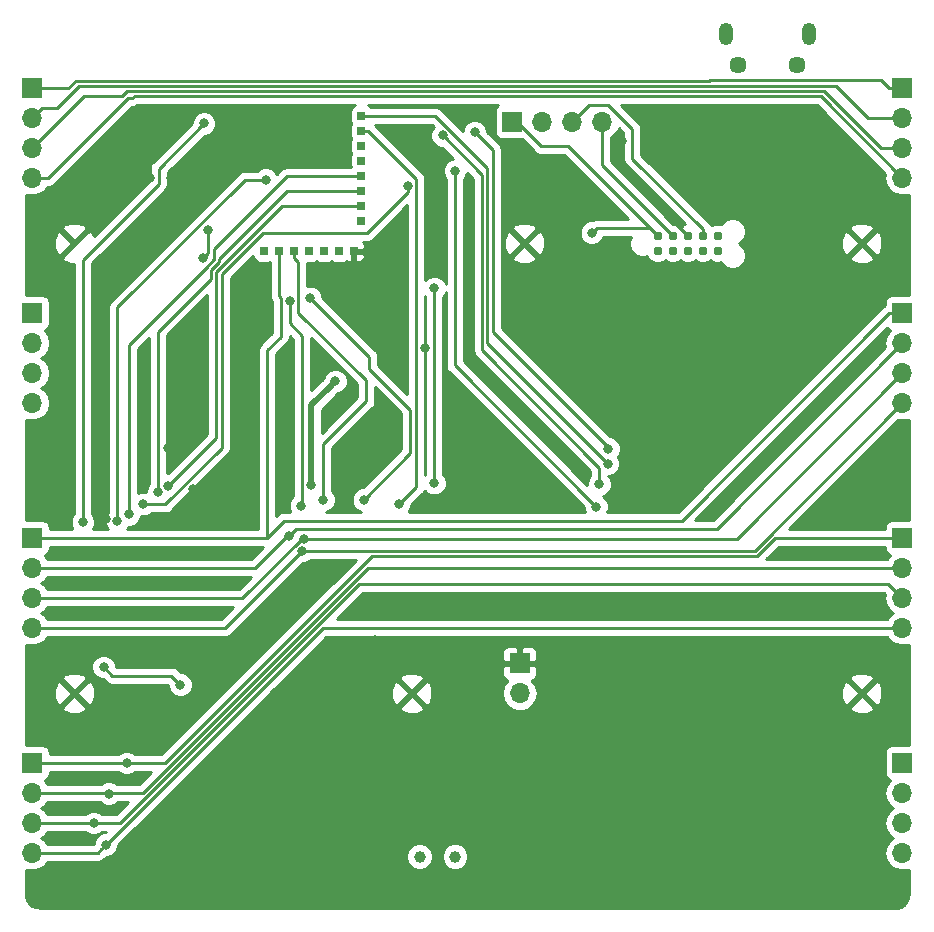
<source format=gbr>
G04 #@! TF.GenerationSoftware,KiCad,Pcbnew,(5.0.0)*
G04 #@! TF.CreationDate,2020-05-09T15:36:12-06:00*
G04 #@! TF.ProjectId,4x4_backpack,3478345F6261636B7061636B2E6B6963,rev?*
G04 #@! TF.SameCoordinates,Original*
G04 #@! TF.FileFunction,Copper,L2,Bot,Signal*
G04 #@! TF.FilePolarity,Positive*
%FSLAX46Y46*%
G04 Gerber Fmt 4.6, Leading zero omitted, Abs format (unit mm)*
G04 Created by KiCad (PCBNEW (5.0.0)) date 05/09/20 15:36:12*
%MOMM*%
%LPD*%
G01*
G04 APERTURE LIST*
G04 #@! TA.AperFunction,ComponentPad*
%ADD10C,1.450000*%
G04 #@! TD*
G04 #@! TA.AperFunction,ComponentPad*
%ADD11O,1.200000X1.900000*%
G04 #@! TD*
G04 #@! TA.AperFunction,ComponentPad*
%ADD12R,1.700000X1.700000*%
G04 #@! TD*
G04 #@! TA.AperFunction,ComponentPad*
%ADD13O,1.700000X1.700000*%
G04 #@! TD*
G04 #@! TA.AperFunction,WasherPad*
%ADD14C,1.000000*%
G04 #@! TD*
G04 #@! TA.AperFunction,ConnectorPad*
%ADD15C,0.787400*%
G04 #@! TD*
G04 #@! TA.AperFunction,ComponentPad*
%ADD16R,0.635000X0.635000*%
G04 #@! TD*
G04 #@! TA.AperFunction,ViaPad*
%ADD17C,0.800000*%
G04 #@! TD*
G04 #@! TA.AperFunction,Conductor*
%ADD18C,0.250000*%
G04 #@! TD*
G04 #@! TA.AperFunction,Conductor*
%ADD19C,0.500000*%
G04 #@! TD*
G04 #@! TA.AperFunction,Conductor*
%ADD20C,0.254000*%
G04 #@! TD*
G04 APERTURE END LIST*
D10*
G04 #@! TO.P,J17,6*
G04 #@! TO.N,Net-(J17-Pad6)*
X142200000Y-80329500D03*
X137200000Y-80329500D03*
D11*
X143200000Y-77629500D03*
X136200000Y-77629500D03*
G04 #@! TD*
D12*
G04 #@! TO.P,J1,1*
G04 #@! TO.N,ROW1*
X77470000Y-82232500D03*
D13*
G04 #@! TO.P,J1,2*
G04 #@! TO.N,ROW2*
X77470000Y-84772500D03*
G04 #@! TO.P,J1,3*
G04 #@! TO.N,ROW3*
X77470000Y-87312500D03*
G04 #@! TO.P,J1,4*
G04 #@! TO.N,ROW4*
X77470000Y-89852500D03*
G04 #@! TD*
G04 #@! TO.P,J2,4*
G04 #@! TO.N,COL4*
X77470000Y-108902500D03*
G04 #@! TO.P,J2,3*
G04 #@! TO.N,COL3*
X77470000Y-106362500D03*
G04 #@! TO.P,J2,2*
G04 #@! TO.N,COL2*
X77470000Y-103822500D03*
D12*
G04 #@! TO.P,J2,1*
G04 #@! TO.N,COL1*
X77470000Y-101282500D03*
G04 #@! TD*
G04 #@! TO.P,J3,1*
G04 #@! TO.N,COL5*
X77470000Y-120332500D03*
D13*
G04 #@! TO.P,J3,2*
G04 #@! TO.N,COL6*
X77470000Y-122872500D03*
G04 #@! TO.P,J3,3*
G04 #@! TO.N,COL7*
X77470000Y-125412500D03*
G04 #@! TO.P,J3,4*
G04 #@! TO.N,COL8*
X77470000Y-127952500D03*
G04 #@! TD*
G04 #@! TO.P,J4,4*
G04 #@! TO.N,COL12*
X77470000Y-147002500D03*
G04 #@! TO.P,J4,3*
G04 #@! TO.N,COL11*
X77470000Y-144462500D03*
G04 #@! TO.P,J4,2*
G04 #@! TO.N,COL10*
X77470000Y-141922500D03*
D12*
G04 #@! TO.P,J4,1*
G04 #@! TO.N,COL9*
X77470000Y-139382500D03*
G04 #@! TD*
G04 #@! TO.P,J5,1*
G04 #@! TO.N,ROW1*
X151130000Y-82232500D03*
D13*
G04 #@! TO.P,J5,2*
G04 #@! TO.N,ROW2*
X151130000Y-84772500D03*
G04 #@! TO.P,J5,3*
G04 #@! TO.N,ROW3*
X151130000Y-87312500D03*
G04 #@! TO.P,J5,4*
G04 #@! TO.N,ROW4*
X151130000Y-89852500D03*
G04 #@! TD*
G04 #@! TO.P,J6,4*
G04 #@! TO.N,COL8*
X151130000Y-108902500D03*
G04 #@! TO.P,J6,3*
G04 #@! TO.N,COL7*
X151130000Y-106362500D03*
G04 #@! TO.P,J6,2*
G04 #@! TO.N,COL6*
X151130000Y-103822500D03*
D12*
G04 #@! TO.P,J6,1*
G04 #@! TO.N,COL5*
X151130000Y-101282500D03*
G04 #@! TD*
G04 #@! TO.P,J7,1*
G04 #@! TO.N,COL9*
X151130000Y-120332500D03*
D13*
G04 #@! TO.P,J7,2*
G04 #@! TO.N,COL10*
X151130000Y-122872500D03*
G04 #@! TO.P,J7,3*
G04 #@! TO.N,COL11*
X151130000Y-125412500D03*
G04 #@! TO.P,J7,4*
G04 #@! TO.N,COL12*
X151130000Y-127952500D03*
G04 #@! TD*
G04 #@! TO.P,J8,4*
G04 #@! TO.N,COL16*
X151130000Y-147002500D03*
G04 #@! TO.P,J8,3*
G04 #@! TO.N,COL15*
X151130000Y-144462500D03*
G04 #@! TO.P,J8,2*
G04 #@! TO.N,COL14*
X151130000Y-141922500D03*
D12*
G04 #@! TO.P,J8,1*
G04 #@! TO.N,COL13*
X151130000Y-139382500D03*
G04 #@! TD*
G04 #@! TO.P,J9,1*
G04 #@! TO.N,VCC*
X118110000Y-85090000D03*
D13*
G04 #@! TO.P,J9,2*
G04 #@! TO.N,GND*
X120650000Y-85090000D03*
G04 #@! TO.P,J9,3*
G04 #@! TO.N,SWDCLK*
X123190000Y-85090000D03*
G04 #@! TO.P,J9,4*
G04 #@! TO.N,SWDIO*
X125730000Y-85090000D03*
G04 #@! TD*
D14*
G04 #@! TO.P,SW1,*
G04 #@! TO.N,*
X110260000Y-147320000D03*
X113260000Y-147320000D03*
G04 #@! TD*
D15*
G04 #@! TO.P,J10,1*
G04 #@! TO.N,VCC*
X130429000Y-94742000D03*
G04 #@! TO.P,J10,2*
G04 #@! TO.N,SWDIO*
X131699000Y-94742000D03*
G04 #@! TO.P,J10,3*
G04 #@! TO.N,GND*
X132969000Y-94742000D03*
G04 #@! TO.P,J10,4*
G04 #@! TO.N,SWDCLK*
X134239000Y-94742000D03*
G04 #@! TO.P,J10,5*
G04 #@! TO.N,N/C*
X135509000Y-94742000D03*
G04 #@! TO.P,J10,6*
X135509000Y-96012000D03*
G04 #@! TO.P,J10,7*
X134239000Y-96012000D03*
G04 #@! TO.P,J10,8*
X132969000Y-96012000D03*
G04 #@! TO.P,J10,9*
X131699000Y-96012000D03*
G04 #@! TO.P,J10,10*
X130429000Y-96012000D03*
G04 #@! TD*
D16*
G04 #@! TO.P,U1,42*
G04 #@! TO.N,COL14*
X105339000Y-84620000D03*
G04 #@! TO.P,U1,40*
G04 #@! TO.N,RED_LED*
X105339000Y-85890000D03*
G04 #@! TO.P,U1,38*
G04 #@! TO.N,N/C*
X105339000Y-87160000D03*
G04 #@! TO.P,U1,36*
X105339000Y-88430000D03*
G04 #@! TO.P,U1,34*
G04 #@! TO.N,COL9*
X105339000Y-89700000D03*
G04 #@! TO.P,U1,32*
G04 #@! TO.N,COL11*
X105339000Y-90970000D03*
G04 #@! TO.P,U1,30*
G04 #@! TO.N,COL12*
X105339000Y-92240000D03*
G04 #@! TO.P,U1,28*
G04 #@! TO.N,WS2812*
X105339000Y-93510000D03*
G04 #@! TO.P,U1,12*
G04 #@! TO.N,COL4*
X97084000Y-96050000D03*
G04 #@! TO.P,U1,14*
G04 #@! TO.N,COL5*
X98354000Y-96050000D03*
G04 #@! TO.P,U1,16*
G04 #@! TO.N,COL7*
X99624000Y-96050000D03*
G04 #@! TO.P,U1,24*
G04 #@! TO.N,GND*
X104704000Y-96050000D03*
G04 #@! TO.P,U1,22*
G04 #@! TO.N,N/C*
X103434000Y-96050000D03*
G04 #@! TO.P,U1,20*
X102164000Y-96050000D03*
G04 #@! TO.P,U1,18*
X100894000Y-96050000D03*
G04 #@! TD*
D12*
G04 #@! TO.P,J18,1*
G04 #@! TO.N,GND*
X118745000Y-130937000D03*
D13*
G04 #@! TO.P,J18,2*
G04 #@! TO.N,Net-(E1-Pad1)*
X118745000Y-133477000D03*
G04 #@! TD*
D17*
G04 #@! TO.N,COL6*
X99187000Y-120142002D03*
X100203000Y-117602000D03*
X99250000Y-100250000D03*
G04 #@! TO.N,COL7*
X102108000Y-117094000D03*
X100457000Y-120396000D03*
G04 #@! TO.N,COL8*
X105537000Y-117094000D03*
X100330000Y-121412006D03*
X101000000Y-100000000D03*
G04 #@! TO.N,COL12*
X88990000Y-115904299D03*
X83693000Y-146304000D03*
G04 #@! TO.N,COL11*
X88138000Y-116459000D03*
X82677000Y-144462500D03*
G04 #@! TO.N,COL10*
X86868000Y-117475000D03*
X83947000Y-141986006D03*
X109250000Y-90500000D03*
G04 #@! TO.N,COL9*
X85471000Y-139382500D03*
X85642157Y-118337816D03*
G04 #@! TO.N,COL16*
X125224990Y-117678393D03*
X113249998Y-89250000D03*
G04 #@! TO.N,COL15*
X112210629Y-86254946D03*
X125482834Y-115789417D03*
G04 #@! TO.N,COL14*
X126207844Y-114058924D03*
G04 #@! TO.N,COL13*
X114935000Y-85979000D03*
X126238000Y-112776000D03*
G04 #@! TO.N,GND*
X132334000Y-139319000D03*
X132334000Y-141605000D03*
X129921000Y-139319000D03*
X127381000Y-86740998D03*
X98806000Y-109474000D03*
X98806000Y-111633000D03*
X98806000Y-112776000D03*
X91567000Y-121539000D03*
X91440000Y-124206000D03*
X94361000Y-124206000D03*
X80772000Y-121539000D03*
X83439000Y-121539000D03*
X80772000Y-123952000D03*
X83566000Y-123952000D03*
X81026000Y-126746000D03*
X83820000Y-126746000D03*
X96012000Y-118999000D03*
X96139000Y-116205000D03*
X90805000Y-119126000D03*
X91059000Y-116205000D03*
X137160000Y-104394000D03*
X132080000Y-99060000D03*
X127000000Y-107823000D03*
X123317000Y-107696000D03*
X125222000Y-109601000D03*
X121920000Y-104140000D03*
X119380000Y-104140000D03*
X119380000Y-101600000D03*
X117856000Y-99060000D03*
X136144000Y-98425000D03*
X127381000Y-95377000D03*
X133223000Y-115316000D03*
X128143000Y-111887000D03*
X135763000Y-112649000D03*
X140081000Y-108204000D03*
X145796000Y-102997000D03*
X148717000Y-100457000D03*
X129794000Y-141605000D03*
X131064000Y-140462002D03*
X115443000Y-129540000D03*
X115443000Y-138430000D03*
X124206000Y-129286000D03*
X94869000Y-140589000D03*
X103251000Y-123063000D03*
X90805000Y-129667000D03*
X90424000Y-135890000D03*
X80518000Y-118745000D03*
X83693000Y-118745000D03*
X80645000Y-129286000D03*
X83820000Y-129286000D03*
X80391000Y-137795000D03*
X83058000Y-137795000D03*
X80391000Y-140589000D03*
X82804000Y-140462000D03*
X80391000Y-143383000D03*
X80264000Y-145796000D03*
X105156000Y-126111000D03*
X108585000Y-126111000D03*
X115697000Y-126111000D03*
X130429000Y-125984000D03*
X123063000Y-125984000D03*
X138938000Y-125984000D03*
X148463000Y-126111000D03*
X148844000Y-121539000D03*
X141351000Y-121666000D03*
X142494000Y-119253000D03*
X150622000Y-117348000D03*
X150749000Y-111379000D03*
X148336000Y-104648000D03*
X135509000Y-117602000D03*
X117221000Y-107950000D03*
X121920000Y-112649000D03*
X118364000Y-91821000D03*
X124841000Y-91948000D03*
X142113000Y-84709000D03*
X144272000Y-85725000D03*
X142240000Y-87630000D03*
X86106000Y-145923000D03*
X91005172Y-89822008D03*
X87458509Y-89822008D03*
X89230982Y-89822008D03*
X86017855Y-89822008D03*
X103500000Y-100250000D03*
X106497840Y-128976840D03*
X111557160Y-129718160D03*
X95149990Y-121539000D03*
X98922451Y-140832451D03*
X95149990Y-129540000D03*
X91000000Y-106250000D03*
X89000000Y-112750000D03*
X86854000Y-112000000D03*
X95000000Y-98750000D03*
X106000000Y-100500000D03*
X105500000Y-113157000D03*
X107000000Y-109000000D03*
X102000000Y-105500000D03*
X115500000Y-115500000D03*
X110750000Y-104250000D03*
X111250000Y-95750000D03*
X111500000Y-90250000D03*
X86750000Y-86000000D03*
G04 #@! TO.N,VCC*
X124841000Y-94488000D03*
X101092000Y-115824000D03*
X103123996Y-107061000D03*
G04 #@! TO.N,RESET*
X111506000Y-115697000D03*
X111506000Y-99186999D03*
G04 #@! TO.N,/P0.31*
X92329000Y-94234000D03*
X91933224Y-96632224D03*
G04 #@! TO.N,WS2812*
X84679396Y-118909399D03*
X97250000Y-90000000D03*
G04 #@! TO.N,BLUE_LED*
X92012653Y-85237347D03*
X81750000Y-119000000D03*
X83500000Y-131250000D03*
X90000000Y-132750000D03*
G04 #@! TO.N,RED_LED*
X108500000Y-117500000D03*
G04 #@! TD*
D18*
G04 #@! TO.N,ROW1*
X150030000Y-82232500D02*
X151130000Y-82232500D01*
X81145374Y-81605010D02*
X134754626Y-81605010D01*
X134754626Y-81605010D02*
X134825636Y-81534000D01*
X80517884Y-82232500D02*
X81145374Y-81605010D01*
X134825636Y-81534000D02*
X149331500Y-81534000D01*
X149331500Y-81534000D02*
X150030000Y-82232500D01*
X77470000Y-82232500D02*
X80517884Y-82232500D01*
G04 #@! TO.N,ROW2*
X145530980Y-82042000D02*
X148261480Y-84772500D01*
X134954047Y-82042000D02*
X145530980Y-82042000D01*
X134941026Y-82055021D02*
X134954047Y-82042000D01*
X79526499Y-83922501D02*
X81393979Y-82055021D01*
X78319999Y-83922501D02*
X79526499Y-83922501D01*
X77470000Y-84772500D02*
X78319999Y-83922501D01*
X81393979Y-82055021D02*
X134941026Y-82055021D01*
X148261480Y-84772500D02*
X151130000Y-84772500D01*
G04 #@! TO.N,ROW3*
X149927919Y-87312500D02*
X151130000Y-87312500D01*
X81851500Y-82931000D02*
X85090000Y-82931000D01*
X77470000Y-87312500D02*
X81851500Y-82931000D01*
X85090000Y-82931000D02*
X85515969Y-82505031D01*
X85515969Y-82505031D02*
X144481031Y-82505031D01*
X144481031Y-82505031D02*
X149288500Y-87312500D01*
X149288500Y-87312500D02*
X149927919Y-87312500D01*
G04 #@! TO.N,ROW4*
X144232541Y-82955041D02*
X151130000Y-89852500D01*
X86081959Y-82955041D02*
X144232541Y-82955041D01*
X85979000Y-83058000D02*
X86081959Y-82955041D01*
X85599410Y-83058000D02*
X85979000Y-83058000D01*
X77470000Y-89852500D02*
X78804910Y-89852500D01*
X78804910Y-89852500D02*
X85599410Y-83058000D01*
G04 #@! TO.N,COL5*
X77470000Y-120332500D02*
X97345500Y-120332500D01*
X98806000Y-118872000D02*
X97345500Y-120332500D01*
X132440500Y-118872000D02*
X98806000Y-118872000D01*
X151130000Y-101282500D02*
X150030000Y-101282500D01*
X150030000Y-101282500D02*
X132440500Y-118872000D01*
X97345500Y-104457500D02*
X97345500Y-120332500D01*
X98500000Y-100000000D02*
X98500000Y-103303000D01*
X98500000Y-103303000D02*
X97345500Y-104457500D01*
X98354000Y-99854000D02*
X98354000Y-96050000D01*
X98500000Y-100000000D02*
X98354000Y-99854000D01*
G04 #@! TO.N,COL6*
X96329502Y-122872500D02*
X77470000Y-122872500D01*
X99060002Y-120142002D02*
X96329502Y-122872500D01*
X99187000Y-120142002D02*
X99060002Y-120142002D01*
X135408501Y-119543999D02*
X99785003Y-119543999D01*
X99586999Y-119742003D02*
X99187000Y-120142002D01*
X99785003Y-119543999D02*
X99586999Y-119742003D01*
X151130000Y-103822500D02*
X135408501Y-119543999D01*
X99250000Y-102171000D02*
X99250000Y-100250000D01*
X100330000Y-103251000D02*
X99250000Y-102171000D01*
X100203000Y-117602000D02*
X100330000Y-117475000D01*
X100330000Y-117475000D02*
X100330000Y-103251000D01*
G04 #@! TO.N,COL7*
X101022685Y-120396000D02*
X100457000Y-120396000D01*
X137096500Y-120396000D02*
X101022685Y-120396000D01*
X151130000Y-106362500D02*
X137096500Y-120396000D01*
X100272998Y-120396000D02*
X100457000Y-120396000D01*
X95256498Y-125412500D02*
X100272998Y-120396000D01*
X77470000Y-125412500D02*
X95256498Y-125412500D01*
X99624000Y-96617500D02*
X99624000Y-96050000D01*
X102108000Y-117094000D02*
X102108000Y-112392000D01*
X105750000Y-108750000D02*
X105750000Y-107000000D01*
X102108000Y-112392000D02*
X105750000Y-108750000D01*
X105750000Y-107000000D02*
X100000000Y-101250000D01*
X100000000Y-101250000D02*
X100000000Y-96993500D01*
X100000000Y-96993500D02*
X99624000Y-96617500D01*
G04 #@! TO.N,COL8*
X93789506Y-127952500D02*
X99930001Y-121812005D01*
X99930001Y-121812005D02*
X100330000Y-121412006D01*
X77470000Y-127952500D02*
X93789506Y-127952500D01*
X138620494Y-121412006D02*
X100895685Y-121412006D01*
X151130000Y-108902500D02*
X138620494Y-121412006D01*
X100895685Y-121412006D02*
X100330000Y-121412006D01*
X109474000Y-113157000D02*
X105537000Y-117094000D01*
X109474000Y-109474000D02*
X109474000Y-113157000D01*
X106000000Y-106000000D02*
X109474000Y-109474000D01*
X101000000Y-100000000D02*
X106000000Y-105000000D01*
X106000000Y-105000000D02*
X106000000Y-106000000D01*
G04 #@! TO.N,COL12*
X84092999Y-145904001D02*
X83693000Y-146304000D01*
X83293001Y-146703999D02*
X83693000Y-146304000D01*
X82994500Y-147002500D02*
X83293001Y-146703999D01*
X151130000Y-127952500D02*
X102048732Y-127952500D01*
X102048732Y-127952500D02*
X84097231Y-145904001D01*
X77470000Y-147002500D02*
X82994500Y-147002500D01*
X84097231Y-145904001D02*
X84092999Y-145904001D01*
X93049989Y-111844310D02*
X89389999Y-115504300D01*
X98623589Y-92240000D02*
X93049989Y-97813600D01*
X89389999Y-115504300D02*
X88990000Y-115904299D01*
X93049989Y-97813600D02*
X93049989Y-111844310D01*
X105339000Y-92240000D02*
X98623589Y-92240000D01*
G04 #@! TO.N,COL11*
X84902322Y-144462500D02*
X105158821Y-124206000D01*
X105158821Y-124206000D02*
X149923500Y-124206000D01*
X150280001Y-124562501D02*
X151130000Y-125412500D01*
X149923500Y-124206000D02*
X150280001Y-124562501D01*
X77470000Y-144462500D02*
X82677000Y-144462500D01*
X82677000Y-144462500D02*
X84902322Y-144462500D01*
X88138000Y-102868589D02*
X92599978Y-98406611D01*
X99020589Y-90970000D02*
X104771500Y-90970000D01*
X92599978Y-97627200D02*
X93299989Y-96927189D01*
X93299989Y-96927189D02*
X93299989Y-96690599D01*
X92599978Y-98406611D02*
X92599978Y-97627200D01*
X88138000Y-116459000D02*
X88138000Y-102868589D01*
X93299989Y-96690599D02*
X99020589Y-90970000D01*
X104771500Y-90970000D02*
X105339000Y-90970000D01*
G04 #@! TO.N,COL10*
X86805910Y-141922500D02*
X78672081Y-141922500D01*
X78672081Y-141922500D02*
X77470000Y-141922500D01*
X105855910Y-122872500D02*
X86805910Y-141922500D01*
X151130000Y-122872500D02*
X105855910Y-122872500D01*
X109250000Y-91065685D02*
X109250000Y-90500000D01*
X105815685Y-94500000D02*
X109250000Y-91065685D01*
X93500000Y-98000000D02*
X97000000Y-94500000D01*
X93500000Y-112690998D02*
X93500000Y-98000000D01*
X88715998Y-117475000D02*
X93500000Y-112690998D01*
X86868000Y-117475000D02*
X88715998Y-117475000D01*
X97000000Y-94500000D02*
X105815685Y-94500000D01*
G04 #@! TO.N,COL9*
X106229989Y-121862011D02*
X88709500Y-139382500D01*
X151130000Y-120332500D02*
X140336411Y-120332500D01*
X138806900Y-121862011D02*
X106229989Y-121862011D01*
X140336411Y-120332500D02*
X138806900Y-121862011D01*
X88709500Y-139382500D02*
X85471000Y-139382500D01*
X85471000Y-139382500D02*
X77470000Y-139382500D01*
X92849978Y-96740789D02*
X92149967Y-97440800D01*
X85642157Y-104025845D02*
X85642157Y-117772131D01*
X92149967Y-97440800D02*
X92149967Y-97518035D01*
X105339000Y-89700000D02*
X99017767Y-89700000D01*
X99017767Y-89700000D02*
X92849978Y-95867789D01*
X85642157Y-117772131D02*
X85642157Y-118337816D01*
X92149967Y-97518035D02*
X85642157Y-104025845D01*
X92849978Y-95867789D02*
X92849978Y-96740789D01*
G04 #@! TO.N,COL16*
X125224990Y-117678393D02*
X113249998Y-105703401D01*
X113249998Y-89815685D02*
X113249998Y-89250000D01*
X113249998Y-105703401D02*
X113249998Y-89815685D01*
G04 #@! TO.N,COL15*
X115558978Y-89603295D02*
X115558978Y-104461613D01*
X125482834Y-115223732D02*
X125482834Y-115789417D01*
X115558978Y-104461613D02*
X125482834Y-114385469D01*
X112210629Y-86254946D02*
X115558978Y-89603295D01*
X125482834Y-114385469D02*
X125482834Y-115223732D01*
G04 #@! TO.N,COL14*
X125807845Y-113658925D02*
X126207844Y-114058924D01*
X116008989Y-103860069D02*
X125807845Y-113658925D01*
X116008989Y-89027987D02*
X116008989Y-103860069D01*
X105339000Y-84620000D02*
X111601002Y-84620000D01*
X111601002Y-84620000D02*
X116008989Y-89027987D01*
G04 #@! TO.N,COL13*
X126301500Y-112712500D02*
X126238000Y-112776000D01*
X116459000Y-102870000D02*
X126301500Y-112712500D01*
X114935000Y-85979000D02*
X116459000Y-87503000D01*
X116459000Y-87503000D02*
X116459000Y-102870000D01*
G04 #@! TO.N,GND*
X127381000Y-87306683D02*
X127381000Y-86740998D01*
X127381000Y-89154000D02*
X127381000Y-87306683D01*
X132969000Y-94742000D02*
X127381000Y-89154000D01*
X104704000Y-99046000D02*
X104704000Y-96050000D01*
X103500000Y-100250000D02*
X104704000Y-99046000D01*
X112141000Y-136017000D02*
X109601000Y-133477000D01*
X147701000Y-133477000D02*
X145161000Y-136017000D01*
X145161000Y-136017000D02*
X112141000Y-136017000D01*
G04 #@! TO.N,VCC*
X118491000Y-85090000D02*
X118110000Y-85090000D01*
X120523000Y-87122000D02*
X118491000Y-85090000D01*
X130429000Y-94742000D02*
X122809000Y-87122000D01*
X122809000Y-87122000D02*
X120523000Y-87122000D01*
X130035301Y-94348301D02*
X130429000Y-94742000D01*
X129775001Y-94088001D02*
X130035301Y-94348301D01*
X125240999Y-94088001D02*
X129775001Y-94088001D01*
X124841000Y-94488000D02*
X125240999Y-94088001D01*
D19*
X101092000Y-115824000D02*
X101092000Y-109092996D01*
X102723997Y-107460999D02*
X103123996Y-107061000D01*
X101092000Y-109092996D02*
X102723997Y-107460999D01*
D18*
G04 #@! TO.N,RESET*
X111506000Y-115697000D02*
X111506000Y-99186999D01*
G04 #@! TO.N,SWDCLK*
X123190000Y-85090000D02*
X123190000Y-85725000D01*
X134239000Y-94185225D02*
X134239000Y-94742000D01*
X128270000Y-88216225D02*
X134239000Y-94185225D01*
X128270000Y-85725000D02*
X128270000Y-88216225D01*
X126238000Y-83693000D02*
X128270000Y-85725000D01*
X123190000Y-85090000D02*
X124587000Y-83693000D01*
X124587000Y-83693000D02*
X126238000Y-83693000D01*
G04 #@! TO.N,SWDIO*
X125730000Y-85090000D02*
X125730000Y-85725000D01*
X125730000Y-88773000D02*
X125730000Y-85090000D01*
X131699000Y-94742000D02*
X125730000Y-88773000D01*
G04 #@! TO.N,/P0.31*
X92329000Y-94234000D02*
X92329000Y-96236448D01*
X92329000Y-96236448D02*
X91933224Y-96632224D01*
G04 #@! TO.N,WS2812*
X84679396Y-100810602D02*
X84679396Y-118909399D01*
X97250000Y-90000000D02*
X95489998Y-90000000D01*
X95489998Y-90000000D02*
X84679396Y-100810602D01*
G04 #@! TO.N,BLUE_LED*
X81750000Y-96762002D02*
X81750000Y-119000000D01*
X88183510Y-90328492D02*
X81750000Y-96762002D01*
X92012653Y-85237347D02*
X88183510Y-89066490D01*
X88183510Y-89066490D02*
X88183510Y-90328492D01*
X83500000Y-131250000D02*
X84250000Y-132000000D01*
X84250000Y-132000000D02*
X89250000Y-132000000D01*
X89250000Y-132000000D02*
X90000000Y-132750000D01*
G04 #@! TO.N,RED_LED*
X109975001Y-116024999D02*
X108500000Y-117500000D01*
X109975001Y-89958501D02*
X109975001Y-116024999D01*
X105339000Y-85890000D02*
X105906500Y-85890000D01*
X105906500Y-85890000D02*
X109975001Y-89958501D01*
G04 #@! TD*
D20*
G04 #@! TO.N,GND*
G36*
X150059375Y-129023125D02*
X150550582Y-129351339D01*
X150983744Y-129437500D01*
X151276256Y-129437500D01*
X151690000Y-129355201D01*
X151690000Y-137885060D01*
X150280000Y-137885060D01*
X150032235Y-137934343D01*
X149822191Y-138074691D01*
X149681843Y-138284735D01*
X149632560Y-138532500D01*
X149632560Y-140232500D01*
X149681843Y-140480265D01*
X149822191Y-140690309D01*
X150032235Y-140830657D01*
X150077619Y-140839684D01*
X150059375Y-140851875D01*
X149731161Y-141343082D01*
X149615908Y-141922500D01*
X149731161Y-142501918D01*
X150059375Y-142993125D01*
X150357761Y-143192500D01*
X150059375Y-143391875D01*
X149731161Y-143883082D01*
X149615908Y-144462500D01*
X149731161Y-145041918D01*
X150059375Y-145533125D01*
X150357761Y-145732500D01*
X150059375Y-145931875D01*
X149731161Y-146423082D01*
X149615908Y-147002500D01*
X149731161Y-147581918D01*
X150059375Y-148073125D01*
X150550582Y-148401339D01*
X150983744Y-148487500D01*
X151276256Y-148487500D01*
X151690000Y-148405201D01*
X151690000Y-150328773D01*
X151673751Y-150381922D01*
X151672423Y-150390803D01*
X151610774Y-150821276D01*
X151474352Y-151121322D01*
X151259200Y-151371018D01*
X150982614Y-151550292D01*
X150642479Y-151652013D01*
X150440530Y-151667021D01*
X150336016Y-151690000D01*
X78271227Y-151690000D01*
X78218078Y-151673751D01*
X78209197Y-151672423D01*
X77778724Y-151610774D01*
X77478678Y-151474352D01*
X77228982Y-151259200D01*
X77049708Y-150982614D01*
X76947987Y-150642479D01*
X76932979Y-150440530D01*
X76910000Y-150336016D01*
X76910000Y-148405201D01*
X77323744Y-148487500D01*
X77616256Y-148487500D01*
X78049418Y-148401339D01*
X78540625Y-148073125D01*
X78748178Y-147762500D01*
X82919653Y-147762500D01*
X82994500Y-147777388D01*
X83069347Y-147762500D01*
X83069352Y-147762500D01*
X83291037Y-147718404D01*
X83542429Y-147550429D01*
X83584831Y-147486970D01*
X83732801Y-147339000D01*
X83898874Y-147339000D01*
X84279280Y-147181431D01*
X84366477Y-147094234D01*
X109125000Y-147094234D01*
X109125000Y-147545766D01*
X109297793Y-147962926D01*
X109617074Y-148282207D01*
X110034234Y-148455000D01*
X110485766Y-148455000D01*
X110902926Y-148282207D01*
X111222207Y-147962926D01*
X111395000Y-147545766D01*
X111395000Y-147094234D01*
X112125000Y-147094234D01*
X112125000Y-147545766D01*
X112297793Y-147962926D01*
X112617074Y-148282207D01*
X113034234Y-148455000D01*
X113485766Y-148455000D01*
X113902926Y-148282207D01*
X114222207Y-147962926D01*
X114395000Y-147545766D01*
X114395000Y-147094234D01*
X114222207Y-146677074D01*
X113902926Y-146357793D01*
X113485766Y-146185000D01*
X113034234Y-146185000D01*
X112617074Y-146357793D01*
X112297793Y-146677074D01*
X112125000Y-147094234D01*
X111395000Y-147094234D01*
X111222207Y-146677074D01*
X110902926Y-146357793D01*
X110485766Y-146185000D01*
X110034234Y-146185000D01*
X109617074Y-146357793D01*
X109297793Y-146677074D01*
X109125000Y-147094234D01*
X84366477Y-147094234D01*
X84570431Y-146890280D01*
X84728000Y-146509874D01*
X84728000Y-146348033D01*
X96374165Y-134701868D01*
X108555737Y-134701868D01*
X108666641Y-134979099D01*
X109312593Y-135222323D01*
X110002453Y-135199836D01*
X110535359Y-134979099D01*
X110646263Y-134701868D01*
X109601000Y-133656605D01*
X108555737Y-134701868D01*
X96374165Y-134701868D01*
X97887440Y-133188593D01*
X107855677Y-133188593D01*
X107878164Y-133878453D01*
X108098901Y-134411359D01*
X108376132Y-134522263D01*
X109421395Y-133477000D01*
X109780605Y-133477000D01*
X110825868Y-134522263D01*
X111103099Y-134411359D01*
X111346323Y-133765407D01*
X111336922Y-133477000D01*
X117230908Y-133477000D01*
X117346161Y-134056418D01*
X117674375Y-134547625D01*
X118165582Y-134875839D01*
X118598744Y-134962000D01*
X118891256Y-134962000D01*
X119324418Y-134875839D01*
X119584784Y-134701868D01*
X146655737Y-134701868D01*
X146766641Y-134979099D01*
X147412593Y-135222323D01*
X148102453Y-135199836D01*
X148635359Y-134979099D01*
X148746263Y-134701868D01*
X147701000Y-133656605D01*
X146655737Y-134701868D01*
X119584784Y-134701868D01*
X119815625Y-134547625D01*
X120143839Y-134056418D01*
X120259092Y-133477000D01*
X120201725Y-133188593D01*
X145955677Y-133188593D01*
X145978164Y-133878453D01*
X146198901Y-134411359D01*
X146476132Y-134522263D01*
X147521395Y-133477000D01*
X147880605Y-133477000D01*
X148925868Y-134522263D01*
X149203099Y-134411359D01*
X149446323Y-133765407D01*
X149423836Y-133075547D01*
X149203099Y-132542641D01*
X148925868Y-132431737D01*
X147880605Y-133477000D01*
X147521395Y-133477000D01*
X146476132Y-132431737D01*
X146198901Y-132542641D01*
X145955677Y-133188593D01*
X120201725Y-133188593D01*
X120143839Y-132897582D01*
X119815625Y-132406375D01*
X119793967Y-132391904D01*
X119954698Y-132325327D01*
X120027893Y-132252132D01*
X146655737Y-132252132D01*
X147701000Y-133297395D01*
X148746263Y-132252132D01*
X148635359Y-131974901D01*
X147989407Y-131731677D01*
X147299547Y-131754164D01*
X146766641Y-131974901D01*
X146655737Y-132252132D01*
X120027893Y-132252132D01*
X120133327Y-132146699D01*
X120230000Y-131913310D01*
X120230000Y-131222750D01*
X120071250Y-131064000D01*
X118872000Y-131064000D01*
X118872000Y-131084000D01*
X118618000Y-131084000D01*
X118618000Y-131064000D01*
X117418750Y-131064000D01*
X117260000Y-131222750D01*
X117260000Y-131913310D01*
X117356673Y-132146699D01*
X117535302Y-132325327D01*
X117696033Y-132391904D01*
X117674375Y-132406375D01*
X117346161Y-132897582D01*
X117230908Y-133477000D01*
X111336922Y-133477000D01*
X111323836Y-133075547D01*
X111103099Y-132542641D01*
X110825868Y-132431737D01*
X109780605Y-133477000D01*
X109421395Y-133477000D01*
X108376132Y-132431737D01*
X108098901Y-132542641D01*
X107855677Y-133188593D01*
X97887440Y-133188593D01*
X98823901Y-132252132D01*
X108555737Y-132252132D01*
X109601000Y-133297395D01*
X110646263Y-132252132D01*
X110535359Y-131974901D01*
X109889407Y-131731677D01*
X109199547Y-131754164D01*
X108666641Y-131974901D01*
X108555737Y-132252132D01*
X98823901Y-132252132D01*
X101115343Y-129960690D01*
X117260000Y-129960690D01*
X117260000Y-130651250D01*
X117418750Y-130810000D01*
X118618000Y-130810000D01*
X118618000Y-129610750D01*
X118872000Y-129610750D01*
X118872000Y-130810000D01*
X120071250Y-130810000D01*
X120230000Y-130651250D01*
X120230000Y-129960690D01*
X120133327Y-129727301D01*
X119954698Y-129548673D01*
X119721309Y-129452000D01*
X119030750Y-129452000D01*
X118872000Y-129610750D01*
X118618000Y-129610750D01*
X118459250Y-129452000D01*
X117768691Y-129452000D01*
X117535302Y-129548673D01*
X117356673Y-129727301D01*
X117260000Y-129960690D01*
X101115343Y-129960690D01*
X102363534Y-128712500D01*
X149851822Y-128712500D01*
X150059375Y-129023125D01*
X150059375Y-129023125D01*
G37*
X150059375Y-129023125D02*
X150550582Y-129351339D01*
X150983744Y-129437500D01*
X151276256Y-129437500D01*
X151690000Y-129355201D01*
X151690000Y-137885060D01*
X150280000Y-137885060D01*
X150032235Y-137934343D01*
X149822191Y-138074691D01*
X149681843Y-138284735D01*
X149632560Y-138532500D01*
X149632560Y-140232500D01*
X149681843Y-140480265D01*
X149822191Y-140690309D01*
X150032235Y-140830657D01*
X150077619Y-140839684D01*
X150059375Y-140851875D01*
X149731161Y-141343082D01*
X149615908Y-141922500D01*
X149731161Y-142501918D01*
X150059375Y-142993125D01*
X150357761Y-143192500D01*
X150059375Y-143391875D01*
X149731161Y-143883082D01*
X149615908Y-144462500D01*
X149731161Y-145041918D01*
X150059375Y-145533125D01*
X150357761Y-145732500D01*
X150059375Y-145931875D01*
X149731161Y-146423082D01*
X149615908Y-147002500D01*
X149731161Y-147581918D01*
X150059375Y-148073125D01*
X150550582Y-148401339D01*
X150983744Y-148487500D01*
X151276256Y-148487500D01*
X151690000Y-148405201D01*
X151690000Y-150328773D01*
X151673751Y-150381922D01*
X151672423Y-150390803D01*
X151610774Y-150821276D01*
X151474352Y-151121322D01*
X151259200Y-151371018D01*
X150982614Y-151550292D01*
X150642479Y-151652013D01*
X150440530Y-151667021D01*
X150336016Y-151690000D01*
X78271227Y-151690000D01*
X78218078Y-151673751D01*
X78209197Y-151672423D01*
X77778724Y-151610774D01*
X77478678Y-151474352D01*
X77228982Y-151259200D01*
X77049708Y-150982614D01*
X76947987Y-150642479D01*
X76932979Y-150440530D01*
X76910000Y-150336016D01*
X76910000Y-148405201D01*
X77323744Y-148487500D01*
X77616256Y-148487500D01*
X78049418Y-148401339D01*
X78540625Y-148073125D01*
X78748178Y-147762500D01*
X82919653Y-147762500D01*
X82994500Y-147777388D01*
X83069347Y-147762500D01*
X83069352Y-147762500D01*
X83291037Y-147718404D01*
X83542429Y-147550429D01*
X83584831Y-147486970D01*
X83732801Y-147339000D01*
X83898874Y-147339000D01*
X84279280Y-147181431D01*
X84366477Y-147094234D01*
X109125000Y-147094234D01*
X109125000Y-147545766D01*
X109297793Y-147962926D01*
X109617074Y-148282207D01*
X110034234Y-148455000D01*
X110485766Y-148455000D01*
X110902926Y-148282207D01*
X111222207Y-147962926D01*
X111395000Y-147545766D01*
X111395000Y-147094234D01*
X112125000Y-147094234D01*
X112125000Y-147545766D01*
X112297793Y-147962926D01*
X112617074Y-148282207D01*
X113034234Y-148455000D01*
X113485766Y-148455000D01*
X113902926Y-148282207D01*
X114222207Y-147962926D01*
X114395000Y-147545766D01*
X114395000Y-147094234D01*
X114222207Y-146677074D01*
X113902926Y-146357793D01*
X113485766Y-146185000D01*
X113034234Y-146185000D01*
X112617074Y-146357793D01*
X112297793Y-146677074D01*
X112125000Y-147094234D01*
X111395000Y-147094234D01*
X111222207Y-146677074D01*
X110902926Y-146357793D01*
X110485766Y-146185000D01*
X110034234Y-146185000D01*
X109617074Y-146357793D01*
X109297793Y-146677074D01*
X109125000Y-147094234D01*
X84366477Y-147094234D01*
X84570431Y-146890280D01*
X84728000Y-146509874D01*
X84728000Y-146348033D01*
X96374165Y-134701868D01*
X108555737Y-134701868D01*
X108666641Y-134979099D01*
X109312593Y-135222323D01*
X110002453Y-135199836D01*
X110535359Y-134979099D01*
X110646263Y-134701868D01*
X109601000Y-133656605D01*
X108555737Y-134701868D01*
X96374165Y-134701868D01*
X97887440Y-133188593D01*
X107855677Y-133188593D01*
X107878164Y-133878453D01*
X108098901Y-134411359D01*
X108376132Y-134522263D01*
X109421395Y-133477000D01*
X109780605Y-133477000D01*
X110825868Y-134522263D01*
X111103099Y-134411359D01*
X111346323Y-133765407D01*
X111336922Y-133477000D01*
X117230908Y-133477000D01*
X117346161Y-134056418D01*
X117674375Y-134547625D01*
X118165582Y-134875839D01*
X118598744Y-134962000D01*
X118891256Y-134962000D01*
X119324418Y-134875839D01*
X119584784Y-134701868D01*
X146655737Y-134701868D01*
X146766641Y-134979099D01*
X147412593Y-135222323D01*
X148102453Y-135199836D01*
X148635359Y-134979099D01*
X148746263Y-134701868D01*
X147701000Y-133656605D01*
X146655737Y-134701868D01*
X119584784Y-134701868D01*
X119815625Y-134547625D01*
X120143839Y-134056418D01*
X120259092Y-133477000D01*
X120201725Y-133188593D01*
X145955677Y-133188593D01*
X145978164Y-133878453D01*
X146198901Y-134411359D01*
X146476132Y-134522263D01*
X147521395Y-133477000D01*
X147880605Y-133477000D01*
X148925868Y-134522263D01*
X149203099Y-134411359D01*
X149446323Y-133765407D01*
X149423836Y-133075547D01*
X149203099Y-132542641D01*
X148925868Y-132431737D01*
X147880605Y-133477000D01*
X147521395Y-133477000D01*
X146476132Y-132431737D01*
X146198901Y-132542641D01*
X145955677Y-133188593D01*
X120201725Y-133188593D01*
X120143839Y-132897582D01*
X119815625Y-132406375D01*
X119793967Y-132391904D01*
X119954698Y-132325327D01*
X120027893Y-132252132D01*
X146655737Y-132252132D01*
X147701000Y-133297395D01*
X148746263Y-132252132D01*
X148635359Y-131974901D01*
X147989407Y-131731677D01*
X147299547Y-131754164D01*
X146766641Y-131974901D01*
X146655737Y-132252132D01*
X120027893Y-132252132D01*
X120133327Y-132146699D01*
X120230000Y-131913310D01*
X120230000Y-131222750D01*
X120071250Y-131064000D01*
X118872000Y-131064000D01*
X118872000Y-131084000D01*
X118618000Y-131084000D01*
X118618000Y-131064000D01*
X117418750Y-131064000D01*
X117260000Y-131222750D01*
X117260000Y-131913310D01*
X117356673Y-132146699D01*
X117535302Y-132325327D01*
X117696033Y-132391904D01*
X117674375Y-132406375D01*
X117346161Y-132897582D01*
X117230908Y-133477000D01*
X111336922Y-133477000D01*
X111323836Y-133075547D01*
X111103099Y-132542641D01*
X110825868Y-132431737D01*
X109780605Y-133477000D01*
X109421395Y-133477000D01*
X108376132Y-132431737D01*
X108098901Y-132542641D01*
X107855677Y-133188593D01*
X97887440Y-133188593D01*
X98823901Y-132252132D01*
X108555737Y-132252132D01*
X109601000Y-133297395D01*
X110646263Y-132252132D01*
X110535359Y-131974901D01*
X109889407Y-131731677D01*
X109199547Y-131754164D01*
X108666641Y-131974901D01*
X108555737Y-132252132D01*
X98823901Y-132252132D01*
X101115343Y-129960690D01*
X117260000Y-129960690D01*
X117260000Y-130651250D01*
X117418750Y-130810000D01*
X118618000Y-130810000D01*
X118618000Y-129610750D01*
X118872000Y-129610750D01*
X118872000Y-130810000D01*
X120071250Y-130810000D01*
X120230000Y-130651250D01*
X120230000Y-129960690D01*
X120133327Y-129727301D01*
X119954698Y-129548673D01*
X119721309Y-129452000D01*
X119030750Y-129452000D01*
X118872000Y-129610750D01*
X118618000Y-129610750D01*
X118459250Y-129452000D01*
X117768691Y-129452000D01*
X117535302Y-129548673D01*
X117356673Y-129727301D01*
X117260000Y-129960690D01*
X101115343Y-129960690D01*
X102363534Y-128712500D01*
X149851822Y-128712500D01*
X150059375Y-129023125D01*
G36*
X82090720Y-145339931D02*
X82471126Y-145497500D01*
X82882874Y-145497500D01*
X83263280Y-145339931D01*
X83380711Y-145222500D01*
X83703931Y-145222500D01*
X83657431Y-145269000D01*
X83487126Y-145269000D01*
X83106720Y-145426569D01*
X82815569Y-145717720D01*
X82658000Y-146098126D01*
X82658000Y-146242500D01*
X78748178Y-146242500D01*
X78540625Y-145931875D01*
X78242239Y-145732500D01*
X78540625Y-145533125D01*
X78748178Y-145222500D01*
X81973289Y-145222500D01*
X82090720Y-145339931D01*
X82090720Y-145339931D01*
G37*
X82090720Y-145339931D02*
X82471126Y-145497500D01*
X82882874Y-145497500D01*
X83263280Y-145339931D01*
X83380711Y-145222500D01*
X83703931Y-145222500D01*
X83657431Y-145269000D01*
X83487126Y-145269000D01*
X83106720Y-145426569D01*
X82815569Y-145717720D01*
X82658000Y-146098126D01*
X82658000Y-146242500D01*
X78748178Y-146242500D01*
X78540625Y-145931875D01*
X78242239Y-145732500D01*
X78540625Y-145533125D01*
X78748178Y-145222500D01*
X81973289Y-145222500D01*
X82090720Y-145339931D01*
G36*
X83360720Y-142863437D02*
X83741126Y-143021006D01*
X84152874Y-143021006D01*
X84533280Y-142863437D01*
X84714217Y-142682500D01*
X85607521Y-142682500D01*
X84587521Y-143702500D01*
X83380711Y-143702500D01*
X83263280Y-143585069D01*
X82882874Y-143427500D01*
X82471126Y-143427500D01*
X82090720Y-143585069D01*
X81973289Y-143702500D01*
X78748178Y-143702500D01*
X78540625Y-143391875D01*
X78242239Y-143192500D01*
X78540625Y-142993125D01*
X78748178Y-142682500D01*
X83179783Y-142682500D01*
X83360720Y-142863437D01*
X83360720Y-142863437D01*
G37*
X83360720Y-142863437D02*
X83741126Y-143021006D01*
X84152874Y-143021006D01*
X84533280Y-142863437D01*
X84714217Y-142682500D01*
X85607521Y-142682500D01*
X84587521Y-143702500D01*
X83380711Y-143702500D01*
X83263280Y-143585069D01*
X82882874Y-143427500D01*
X82471126Y-143427500D01*
X82090720Y-143585069D01*
X81973289Y-143702500D01*
X78748178Y-143702500D01*
X78540625Y-143391875D01*
X78242239Y-143192500D01*
X78540625Y-142993125D01*
X78748178Y-142682500D01*
X83179783Y-142682500D01*
X83360720Y-142863437D01*
G36*
X84884720Y-140259931D02*
X85265126Y-140417500D01*
X85676874Y-140417500D01*
X86057280Y-140259931D01*
X86174711Y-140142500D01*
X87511109Y-140142500D01*
X86491109Y-141162500D01*
X84587205Y-141162500D01*
X84533280Y-141108575D01*
X84152874Y-140951006D01*
X83741126Y-140951006D01*
X83360720Y-141108575D01*
X83306795Y-141162500D01*
X78748178Y-141162500D01*
X78540625Y-140851875D01*
X78522381Y-140839684D01*
X78567765Y-140830657D01*
X78777809Y-140690309D01*
X78918157Y-140480265D01*
X78967440Y-140232500D01*
X78967440Y-140142500D01*
X84767289Y-140142500D01*
X84884720Y-140259931D01*
X84884720Y-140259931D01*
G37*
X84884720Y-140259931D02*
X85265126Y-140417500D01*
X85676874Y-140417500D01*
X86057280Y-140259931D01*
X86174711Y-140142500D01*
X87511109Y-140142500D01*
X86491109Y-141162500D01*
X84587205Y-141162500D01*
X84533280Y-141108575D01*
X84152874Y-140951006D01*
X83741126Y-140951006D01*
X83360720Y-141108575D01*
X83306795Y-141162500D01*
X78748178Y-141162500D01*
X78540625Y-140851875D01*
X78522381Y-140839684D01*
X78567765Y-140830657D01*
X78777809Y-140690309D01*
X78918157Y-140480265D01*
X78967440Y-140232500D01*
X78967440Y-140142500D01*
X84767289Y-140142500D01*
X84884720Y-140259931D01*
G36*
X88394699Y-138622500D02*
X86174711Y-138622500D01*
X86057280Y-138505069D01*
X85676874Y-138347500D01*
X85265126Y-138347500D01*
X84884720Y-138505069D01*
X84767289Y-138622500D01*
X78967440Y-138622500D01*
X78967440Y-138532500D01*
X78918157Y-138284735D01*
X78777809Y-138074691D01*
X78567765Y-137934343D01*
X78320000Y-137885060D01*
X76910000Y-137885060D01*
X76910000Y-134701868D01*
X79980737Y-134701868D01*
X80091641Y-134979099D01*
X80737593Y-135222323D01*
X81427453Y-135199836D01*
X81960359Y-134979099D01*
X82071263Y-134701868D01*
X81026000Y-133656605D01*
X79980737Y-134701868D01*
X76910000Y-134701868D01*
X76910000Y-133188593D01*
X79280677Y-133188593D01*
X79303164Y-133878453D01*
X79523901Y-134411359D01*
X79801132Y-134522263D01*
X80846395Y-133477000D01*
X81205605Y-133477000D01*
X82250868Y-134522263D01*
X82528099Y-134411359D01*
X82771323Y-133765407D01*
X82748836Y-133075547D01*
X82528099Y-132542641D01*
X82250868Y-132431737D01*
X81205605Y-133477000D01*
X80846395Y-133477000D01*
X79801132Y-132431737D01*
X79523901Y-132542641D01*
X79280677Y-133188593D01*
X76910000Y-133188593D01*
X76910000Y-132252132D01*
X79980737Y-132252132D01*
X81026000Y-133297395D01*
X82071263Y-132252132D01*
X81960359Y-131974901D01*
X81314407Y-131731677D01*
X80624547Y-131754164D01*
X80091641Y-131974901D01*
X79980737Y-132252132D01*
X76910000Y-132252132D01*
X76910000Y-131044126D01*
X82465000Y-131044126D01*
X82465000Y-131455874D01*
X82622569Y-131836280D01*
X82913720Y-132127431D01*
X83294126Y-132285000D01*
X83460198Y-132285000D01*
X83659670Y-132484472D01*
X83702071Y-132547929D01*
X83953463Y-132715904D01*
X84175148Y-132760000D01*
X84175152Y-132760000D01*
X84249999Y-132774888D01*
X84324846Y-132760000D01*
X88935199Y-132760000D01*
X88965000Y-132789801D01*
X88965000Y-132955874D01*
X89122569Y-133336280D01*
X89413720Y-133627431D01*
X89794126Y-133785000D01*
X90205874Y-133785000D01*
X90586280Y-133627431D01*
X90877431Y-133336280D01*
X91035000Y-132955874D01*
X91035000Y-132544126D01*
X90877431Y-132163720D01*
X90586280Y-131872569D01*
X90205874Y-131715000D01*
X90039801Y-131715000D01*
X89840331Y-131515530D01*
X89797929Y-131452071D01*
X89546537Y-131284096D01*
X89324852Y-131240000D01*
X89324847Y-131240000D01*
X89250000Y-131225112D01*
X89175153Y-131240000D01*
X84564802Y-131240000D01*
X84535000Y-131210198D01*
X84535000Y-131044126D01*
X84377431Y-130663720D01*
X84086280Y-130372569D01*
X83705874Y-130215000D01*
X83294126Y-130215000D01*
X82913720Y-130372569D01*
X82622569Y-130663720D01*
X82465000Y-131044126D01*
X76910000Y-131044126D01*
X76910000Y-129355201D01*
X77323744Y-129437500D01*
X77616256Y-129437500D01*
X78049418Y-129351339D01*
X78540625Y-129023125D01*
X78748178Y-128712500D01*
X93714659Y-128712500D01*
X93789506Y-128727388D01*
X93864353Y-128712500D01*
X93864358Y-128712500D01*
X94086043Y-128668404D01*
X94337435Y-128500429D01*
X94379837Y-128436970D01*
X100369803Y-122447006D01*
X100535874Y-122447006D01*
X100916280Y-122289437D01*
X101033711Y-122172006D01*
X104845192Y-122172006D01*
X88394699Y-138622500D01*
X88394699Y-138622500D01*
G37*
X88394699Y-138622500D02*
X86174711Y-138622500D01*
X86057280Y-138505069D01*
X85676874Y-138347500D01*
X85265126Y-138347500D01*
X84884720Y-138505069D01*
X84767289Y-138622500D01*
X78967440Y-138622500D01*
X78967440Y-138532500D01*
X78918157Y-138284735D01*
X78777809Y-138074691D01*
X78567765Y-137934343D01*
X78320000Y-137885060D01*
X76910000Y-137885060D01*
X76910000Y-134701868D01*
X79980737Y-134701868D01*
X80091641Y-134979099D01*
X80737593Y-135222323D01*
X81427453Y-135199836D01*
X81960359Y-134979099D01*
X82071263Y-134701868D01*
X81026000Y-133656605D01*
X79980737Y-134701868D01*
X76910000Y-134701868D01*
X76910000Y-133188593D01*
X79280677Y-133188593D01*
X79303164Y-133878453D01*
X79523901Y-134411359D01*
X79801132Y-134522263D01*
X80846395Y-133477000D01*
X81205605Y-133477000D01*
X82250868Y-134522263D01*
X82528099Y-134411359D01*
X82771323Y-133765407D01*
X82748836Y-133075547D01*
X82528099Y-132542641D01*
X82250868Y-132431737D01*
X81205605Y-133477000D01*
X80846395Y-133477000D01*
X79801132Y-132431737D01*
X79523901Y-132542641D01*
X79280677Y-133188593D01*
X76910000Y-133188593D01*
X76910000Y-132252132D01*
X79980737Y-132252132D01*
X81026000Y-133297395D01*
X82071263Y-132252132D01*
X81960359Y-131974901D01*
X81314407Y-131731677D01*
X80624547Y-131754164D01*
X80091641Y-131974901D01*
X79980737Y-132252132D01*
X76910000Y-132252132D01*
X76910000Y-131044126D01*
X82465000Y-131044126D01*
X82465000Y-131455874D01*
X82622569Y-131836280D01*
X82913720Y-132127431D01*
X83294126Y-132285000D01*
X83460198Y-132285000D01*
X83659670Y-132484472D01*
X83702071Y-132547929D01*
X83953463Y-132715904D01*
X84175148Y-132760000D01*
X84175152Y-132760000D01*
X84249999Y-132774888D01*
X84324846Y-132760000D01*
X88935199Y-132760000D01*
X88965000Y-132789801D01*
X88965000Y-132955874D01*
X89122569Y-133336280D01*
X89413720Y-133627431D01*
X89794126Y-133785000D01*
X90205874Y-133785000D01*
X90586280Y-133627431D01*
X90877431Y-133336280D01*
X91035000Y-132955874D01*
X91035000Y-132544126D01*
X90877431Y-132163720D01*
X90586280Y-131872569D01*
X90205874Y-131715000D01*
X90039801Y-131715000D01*
X89840331Y-131515530D01*
X89797929Y-131452071D01*
X89546537Y-131284096D01*
X89324852Y-131240000D01*
X89324847Y-131240000D01*
X89250000Y-131225112D01*
X89175153Y-131240000D01*
X84564802Y-131240000D01*
X84535000Y-131210198D01*
X84535000Y-131044126D01*
X84377431Y-130663720D01*
X84086280Y-130372569D01*
X83705874Y-130215000D01*
X83294126Y-130215000D01*
X82913720Y-130372569D01*
X82622569Y-130663720D01*
X82465000Y-131044126D01*
X76910000Y-131044126D01*
X76910000Y-129355201D01*
X77323744Y-129437500D01*
X77616256Y-129437500D01*
X78049418Y-129351339D01*
X78540625Y-129023125D01*
X78748178Y-128712500D01*
X93714659Y-128712500D01*
X93789506Y-128727388D01*
X93864353Y-128712500D01*
X93864358Y-128712500D01*
X94086043Y-128668404D01*
X94337435Y-128500429D01*
X94379837Y-128436970D01*
X100369803Y-122447006D01*
X100535874Y-122447006D01*
X100916280Y-122289437D01*
X101033711Y-122172006D01*
X104845192Y-122172006D01*
X88394699Y-138622500D01*
G36*
X93474705Y-127192500D02*
X78748178Y-127192500D01*
X78540625Y-126881875D01*
X78242239Y-126682500D01*
X78540625Y-126483125D01*
X78748178Y-126172500D01*
X94494705Y-126172500D01*
X93474705Y-127192500D01*
X93474705Y-127192500D01*
G37*
X93474705Y-127192500D02*
X78748178Y-127192500D01*
X78540625Y-126881875D01*
X78242239Y-126682500D01*
X78540625Y-126483125D01*
X78748178Y-126172500D01*
X94494705Y-126172500D01*
X93474705Y-127192500D01*
G36*
X149688791Y-125046092D02*
X149615908Y-125412500D01*
X149731161Y-125991918D01*
X150059375Y-126483125D01*
X150357761Y-126682500D01*
X150059375Y-126881875D01*
X149851822Y-127192500D01*
X103247124Y-127192500D01*
X105473624Y-124966000D01*
X149608699Y-124966000D01*
X149688791Y-125046092D01*
X149688791Y-125046092D01*
G37*
X149688791Y-125046092D02*
X149615908Y-125412500D01*
X149731161Y-125991918D01*
X150059375Y-126483125D01*
X150357761Y-126682500D01*
X150059375Y-126881875D01*
X149851822Y-127192500D01*
X103247124Y-127192500D01*
X105473624Y-124966000D01*
X149608699Y-124966000D01*
X149688791Y-125046092D01*
G36*
X94941697Y-124652500D02*
X78748178Y-124652500D01*
X78540625Y-124341875D01*
X78242239Y-124142500D01*
X78540625Y-123943125D01*
X78748178Y-123632500D01*
X95961696Y-123632500D01*
X94941697Y-124652500D01*
X94941697Y-124652500D01*
G37*
X94941697Y-124652500D02*
X78748178Y-124652500D01*
X78540625Y-124341875D01*
X78242239Y-124142500D01*
X78540625Y-123943125D01*
X78748178Y-123632500D01*
X95961696Y-123632500D01*
X94941697Y-124652500D01*
G36*
X96014700Y-122112500D02*
X78748178Y-122112500D01*
X78540625Y-121801875D01*
X78522381Y-121789684D01*
X78567765Y-121780657D01*
X78777809Y-121640309D01*
X78918157Y-121430265D01*
X78967440Y-121182500D01*
X78967440Y-121092500D01*
X97034701Y-121092500D01*
X96014700Y-122112500D01*
X96014700Y-122112500D01*
G37*
X96014700Y-122112500D02*
X78748178Y-122112500D01*
X78540625Y-121801875D01*
X78522381Y-121789684D01*
X78567765Y-121780657D01*
X78777809Y-121640309D01*
X78918157Y-121430265D01*
X78967440Y-121182500D01*
X78967440Y-121092500D01*
X97034701Y-121092500D01*
X96014700Y-122112500D01*
G36*
X149632560Y-121182500D02*
X149681843Y-121430265D01*
X149822191Y-121640309D01*
X150032235Y-121780657D01*
X150077619Y-121789684D01*
X150059375Y-121801875D01*
X149851822Y-122112500D01*
X139631212Y-122112500D01*
X140651213Y-121092500D01*
X149632560Y-121092500D01*
X149632560Y-121182500D01*
X149632560Y-121182500D01*
G37*
X149632560Y-121182500D02*
X149681843Y-121430265D01*
X149822191Y-121640309D01*
X150032235Y-121780657D01*
X150077619Y-121789684D01*
X150059375Y-121801875D01*
X149851822Y-122112500D01*
X139631212Y-122112500D01*
X140651213Y-121092500D01*
X149632560Y-121092500D01*
X149632560Y-121182500D01*
G36*
X96168343Y-96615265D02*
X96308691Y-96825309D01*
X96518735Y-96965657D01*
X96766500Y-97014940D01*
X97401500Y-97014940D01*
X97594001Y-96976650D01*
X97594000Y-99779153D01*
X97579112Y-99854000D01*
X97594000Y-99928847D01*
X97594000Y-99928851D01*
X97638096Y-100150536D01*
X97740000Y-100303047D01*
X97740001Y-102988197D01*
X96861030Y-103867169D01*
X96797571Y-103909571D01*
X96629596Y-104160964D01*
X96585500Y-104382649D01*
X96585500Y-104382653D01*
X96570612Y-104457500D01*
X96585500Y-104532347D01*
X96585501Y-119572500D01*
X85480006Y-119572500D01*
X85556827Y-119495679D01*
X85607718Y-119372816D01*
X85848031Y-119372816D01*
X86228437Y-119215247D01*
X86519588Y-118924096D01*
X86677157Y-118543690D01*
X86677157Y-118510000D01*
X87073874Y-118510000D01*
X87454280Y-118352431D01*
X87571711Y-118235000D01*
X88641151Y-118235000D01*
X88715998Y-118249888D01*
X88790845Y-118235000D01*
X88790850Y-118235000D01*
X89012535Y-118190904D01*
X89263927Y-118022929D01*
X89306329Y-117959470D01*
X93984473Y-113281327D01*
X94047929Y-113238927D01*
X94215904Y-112987535D01*
X94260000Y-112765850D01*
X94260000Y-112765846D01*
X94274888Y-112690998D01*
X94260000Y-112616150D01*
X94260000Y-98314801D01*
X96133700Y-96441102D01*
X96168343Y-96615265D01*
X96168343Y-96615265D01*
G37*
X96168343Y-96615265D02*
X96308691Y-96825309D01*
X96518735Y-96965657D01*
X96766500Y-97014940D01*
X97401500Y-97014940D01*
X97594001Y-96976650D01*
X97594000Y-99779153D01*
X97579112Y-99854000D01*
X97594000Y-99928847D01*
X97594000Y-99928851D01*
X97638096Y-100150536D01*
X97740000Y-100303047D01*
X97740001Y-102988197D01*
X96861030Y-103867169D01*
X96797571Y-103909571D01*
X96629596Y-104160964D01*
X96585500Y-104382649D01*
X96585500Y-104382653D01*
X96570612Y-104457500D01*
X96585500Y-104532347D01*
X96585501Y-119572500D01*
X85480006Y-119572500D01*
X85556827Y-119495679D01*
X85607718Y-119372816D01*
X85848031Y-119372816D01*
X86228437Y-119215247D01*
X86519588Y-118924096D01*
X86677157Y-118543690D01*
X86677157Y-118510000D01*
X87073874Y-118510000D01*
X87454280Y-118352431D01*
X87571711Y-118235000D01*
X88641151Y-118235000D01*
X88715998Y-118249888D01*
X88790845Y-118235000D01*
X88790850Y-118235000D01*
X89012535Y-118190904D01*
X89263927Y-118022929D01*
X89306329Y-117959470D01*
X93984473Y-113281327D01*
X94047929Y-113238927D01*
X94215904Y-112987535D01*
X94260000Y-112765850D01*
X94260000Y-112765846D01*
X94274888Y-112690998D01*
X94260000Y-112616150D01*
X94260000Y-98314801D01*
X96133700Y-96441102D01*
X96168343Y-96615265D01*
G36*
X151690000Y-118835060D02*
X150280000Y-118835060D01*
X150032235Y-118884343D01*
X149822191Y-119024691D01*
X149681843Y-119234735D01*
X149632560Y-119482500D01*
X149632560Y-119572500D01*
X141534801Y-119572500D01*
X150763593Y-110343709D01*
X150983744Y-110387500D01*
X151276256Y-110387500D01*
X151690001Y-110305201D01*
X151690000Y-118835060D01*
X151690000Y-118835060D01*
G37*
X151690000Y-118835060D02*
X150280000Y-118835060D01*
X150032235Y-118884343D01*
X149822191Y-119024691D01*
X149681843Y-119234735D01*
X149632560Y-119482500D01*
X149632560Y-119572500D01*
X141534801Y-119572500D01*
X150763593Y-110343709D01*
X150983744Y-110387500D01*
X151276256Y-110387500D01*
X151690001Y-110305201D01*
X151690000Y-118835060D01*
G36*
X104563691Y-83844691D02*
X104423343Y-84054735D01*
X104374060Y-84302500D01*
X104374060Y-84937500D01*
X104423343Y-85185265D01*
X104469939Y-85255000D01*
X104423343Y-85324735D01*
X104374060Y-85572500D01*
X104374060Y-86207500D01*
X104423343Y-86455265D01*
X104469939Y-86525000D01*
X104423343Y-86594735D01*
X104374060Y-86842500D01*
X104374060Y-87477500D01*
X104423343Y-87725265D01*
X104469939Y-87795000D01*
X104423343Y-87864735D01*
X104374060Y-88112500D01*
X104374060Y-88747500D01*
X104412350Y-88940000D01*
X99092615Y-88940000D01*
X99017767Y-88925112D01*
X98942919Y-88940000D01*
X98942915Y-88940000D01*
X98769372Y-88974520D01*
X98721229Y-88984096D01*
X98558992Y-89092500D01*
X98469838Y-89152071D01*
X98427438Y-89215527D01*
X98157252Y-89485713D01*
X98127431Y-89413720D01*
X97836280Y-89122569D01*
X97455874Y-88965000D01*
X97044126Y-88965000D01*
X96663720Y-89122569D01*
X96546289Y-89240000D01*
X95564845Y-89240000D01*
X95489998Y-89225112D01*
X95415151Y-89240000D01*
X95415146Y-89240000D01*
X95193461Y-89284096D01*
X94942069Y-89452071D01*
X94899669Y-89515527D01*
X84194926Y-100220271D01*
X84131467Y-100262673D01*
X83963492Y-100514066D01*
X83919396Y-100735751D01*
X83919396Y-100735755D01*
X83904508Y-100810602D01*
X83919396Y-100885449D01*
X83919397Y-118205687D01*
X83801965Y-118323119D01*
X83644396Y-118703525D01*
X83644396Y-119115273D01*
X83801965Y-119495679D01*
X83878786Y-119572500D01*
X82633139Y-119572500D01*
X82785000Y-119205874D01*
X82785000Y-118794126D01*
X82627431Y-118413720D01*
X82510000Y-118296289D01*
X82510000Y-97076803D01*
X88667983Y-90918821D01*
X88731439Y-90876421D01*
X88899414Y-90625029D01*
X88943510Y-90403344D01*
X88943510Y-90403340D01*
X88958398Y-90328493D01*
X88943510Y-90253646D01*
X88943510Y-89381291D01*
X92052455Y-86272347D01*
X92218527Y-86272347D01*
X92598933Y-86114778D01*
X92890084Y-85823627D01*
X93047653Y-85443221D01*
X93047653Y-85031473D01*
X92890084Y-84651067D01*
X92598933Y-84359916D01*
X92218527Y-84202347D01*
X91806779Y-84202347D01*
X91426373Y-84359916D01*
X91135222Y-84651067D01*
X90977653Y-85031473D01*
X90977653Y-85197545D01*
X87699040Y-88476159D01*
X87635581Y-88518561D01*
X87467606Y-88769954D01*
X87423510Y-88991639D01*
X87423510Y-88991643D01*
X87408622Y-89066490D01*
X87423510Y-89141337D01*
X87423511Y-90013689D01*
X82664722Y-94772479D01*
X82528099Y-94442641D01*
X82250868Y-94331737D01*
X81205605Y-95377000D01*
X81219748Y-95391143D01*
X81040143Y-95570748D01*
X81026000Y-95556605D01*
X79980737Y-96601868D01*
X80091641Y-96879099D01*
X80737593Y-97122323D01*
X80990000Y-97114095D01*
X80990001Y-118296288D01*
X80872569Y-118413720D01*
X80715000Y-118794126D01*
X80715000Y-119205874D01*
X80866861Y-119572500D01*
X78967440Y-119572500D01*
X78967440Y-119482500D01*
X78918157Y-119234735D01*
X78777809Y-119024691D01*
X78567765Y-118884343D01*
X78320000Y-118835060D01*
X76910000Y-118835060D01*
X76910000Y-110305201D01*
X77323744Y-110387500D01*
X77616256Y-110387500D01*
X78049418Y-110301339D01*
X78540625Y-109973125D01*
X78868839Y-109481918D01*
X78984092Y-108902500D01*
X78868839Y-108323082D01*
X78540625Y-107831875D01*
X78242239Y-107632500D01*
X78540625Y-107433125D01*
X78868839Y-106941918D01*
X78984092Y-106362500D01*
X78868839Y-105783082D01*
X78540625Y-105291875D01*
X78242239Y-105092500D01*
X78540625Y-104893125D01*
X78868839Y-104401918D01*
X78984092Y-103822500D01*
X78868839Y-103243082D01*
X78540625Y-102751875D01*
X78522381Y-102739684D01*
X78567765Y-102730657D01*
X78777809Y-102590309D01*
X78918157Y-102380265D01*
X78967440Y-102132500D01*
X78967440Y-100432500D01*
X78918157Y-100184735D01*
X78777809Y-99974691D01*
X78567765Y-99834343D01*
X78320000Y-99785060D01*
X76910000Y-99785060D01*
X76910000Y-95088593D01*
X79280677Y-95088593D01*
X79303164Y-95778453D01*
X79523901Y-96311359D01*
X79801132Y-96422263D01*
X80846395Y-95377000D01*
X79801132Y-94331737D01*
X79523901Y-94442641D01*
X79280677Y-95088593D01*
X76910000Y-95088593D01*
X76910000Y-94152132D01*
X79980737Y-94152132D01*
X81026000Y-95197395D01*
X82071263Y-94152132D01*
X81960359Y-93874901D01*
X81314407Y-93631677D01*
X80624547Y-93654164D01*
X80091641Y-93874901D01*
X79980737Y-94152132D01*
X76910000Y-94152132D01*
X76910000Y-91255201D01*
X77323744Y-91337500D01*
X77616256Y-91337500D01*
X78049418Y-91251339D01*
X78540625Y-90923125D01*
X78746053Y-90615681D01*
X78804910Y-90627388D01*
X78879757Y-90612500D01*
X78879762Y-90612500D01*
X79101447Y-90568404D01*
X79352839Y-90400429D01*
X79395241Y-90336970D01*
X85912543Y-83819669D01*
X85979000Y-83832888D01*
X86053847Y-83818000D01*
X86053852Y-83818000D01*
X86275537Y-83773904D01*
X86363632Y-83715041D01*
X104757724Y-83715041D01*
X104563691Y-83844691D01*
X104563691Y-83844691D01*
G37*
X104563691Y-83844691D02*
X104423343Y-84054735D01*
X104374060Y-84302500D01*
X104374060Y-84937500D01*
X104423343Y-85185265D01*
X104469939Y-85255000D01*
X104423343Y-85324735D01*
X104374060Y-85572500D01*
X104374060Y-86207500D01*
X104423343Y-86455265D01*
X104469939Y-86525000D01*
X104423343Y-86594735D01*
X104374060Y-86842500D01*
X104374060Y-87477500D01*
X104423343Y-87725265D01*
X104469939Y-87795000D01*
X104423343Y-87864735D01*
X104374060Y-88112500D01*
X104374060Y-88747500D01*
X104412350Y-88940000D01*
X99092615Y-88940000D01*
X99017767Y-88925112D01*
X98942919Y-88940000D01*
X98942915Y-88940000D01*
X98769372Y-88974520D01*
X98721229Y-88984096D01*
X98558992Y-89092500D01*
X98469838Y-89152071D01*
X98427438Y-89215527D01*
X98157252Y-89485713D01*
X98127431Y-89413720D01*
X97836280Y-89122569D01*
X97455874Y-88965000D01*
X97044126Y-88965000D01*
X96663720Y-89122569D01*
X96546289Y-89240000D01*
X95564845Y-89240000D01*
X95489998Y-89225112D01*
X95415151Y-89240000D01*
X95415146Y-89240000D01*
X95193461Y-89284096D01*
X94942069Y-89452071D01*
X94899669Y-89515527D01*
X84194926Y-100220271D01*
X84131467Y-100262673D01*
X83963492Y-100514066D01*
X83919396Y-100735751D01*
X83919396Y-100735755D01*
X83904508Y-100810602D01*
X83919396Y-100885449D01*
X83919397Y-118205687D01*
X83801965Y-118323119D01*
X83644396Y-118703525D01*
X83644396Y-119115273D01*
X83801965Y-119495679D01*
X83878786Y-119572500D01*
X82633139Y-119572500D01*
X82785000Y-119205874D01*
X82785000Y-118794126D01*
X82627431Y-118413720D01*
X82510000Y-118296289D01*
X82510000Y-97076803D01*
X88667983Y-90918821D01*
X88731439Y-90876421D01*
X88899414Y-90625029D01*
X88943510Y-90403344D01*
X88943510Y-90403340D01*
X88958398Y-90328493D01*
X88943510Y-90253646D01*
X88943510Y-89381291D01*
X92052455Y-86272347D01*
X92218527Y-86272347D01*
X92598933Y-86114778D01*
X92890084Y-85823627D01*
X93047653Y-85443221D01*
X93047653Y-85031473D01*
X92890084Y-84651067D01*
X92598933Y-84359916D01*
X92218527Y-84202347D01*
X91806779Y-84202347D01*
X91426373Y-84359916D01*
X91135222Y-84651067D01*
X90977653Y-85031473D01*
X90977653Y-85197545D01*
X87699040Y-88476159D01*
X87635581Y-88518561D01*
X87467606Y-88769954D01*
X87423510Y-88991639D01*
X87423510Y-88991643D01*
X87408622Y-89066490D01*
X87423510Y-89141337D01*
X87423511Y-90013689D01*
X82664722Y-94772479D01*
X82528099Y-94442641D01*
X82250868Y-94331737D01*
X81205605Y-95377000D01*
X81219748Y-95391143D01*
X81040143Y-95570748D01*
X81026000Y-95556605D01*
X79980737Y-96601868D01*
X80091641Y-96879099D01*
X80737593Y-97122323D01*
X80990000Y-97114095D01*
X80990001Y-118296288D01*
X80872569Y-118413720D01*
X80715000Y-118794126D01*
X80715000Y-119205874D01*
X80866861Y-119572500D01*
X78967440Y-119572500D01*
X78967440Y-119482500D01*
X78918157Y-119234735D01*
X78777809Y-119024691D01*
X78567765Y-118884343D01*
X78320000Y-118835060D01*
X76910000Y-118835060D01*
X76910000Y-110305201D01*
X77323744Y-110387500D01*
X77616256Y-110387500D01*
X78049418Y-110301339D01*
X78540625Y-109973125D01*
X78868839Y-109481918D01*
X78984092Y-108902500D01*
X78868839Y-108323082D01*
X78540625Y-107831875D01*
X78242239Y-107632500D01*
X78540625Y-107433125D01*
X78868839Y-106941918D01*
X78984092Y-106362500D01*
X78868839Y-105783082D01*
X78540625Y-105291875D01*
X78242239Y-105092500D01*
X78540625Y-104893125D01*
X78868839Y-104401918D01*
X78984092Y-103822500D01*
X78868839Y-103243082D01*
X78540625Y-102751875D01*
X78522381Y-102739684D01*
X78567765Y-102730657D01*
X78777809Y-102590309D01*
X78918157Y-102380265D01*
X78967440Y-102132500D01*
X78967440Y-100432500D01*
X78918157Y-100184735D01*
X78777809Y-99974691D01*
X78567765Y-99834343D01*
X78320000Y-99785060D01*
X76910000Y-99785060D01*
X76910000Y-95088593D01*
X79280677Y-95088593D01*
X79303164Y-95778453D01*
X79523901Y-96311359D01*
X79801132Y-96422263D01*
X80846395Y-95377000D01*
X79801132Y-94331737D01*
X79523901Y-94442641D01*
X79280677Y-95088593D01*
X76910000Y-95088593D01*
X76910000Y-94152132D01*
X79980737Y-94152132D01*
X81026000Y-95197395D01*
X82071263Y-94152132D01*
X81960359Y-93874901D01*
X81314407Y-93631677D01*
X80624547Y-93654164D01*
X80091641Y-93874901D01*
X79980737Y-94152132D01*
X76910000Y-94152132D01*
X76910000Y-91255201D01*
X77323744Y-91337500D01*
X77616256Y-91337500D01*
X78049418Y-91251339D01*
X78540625Y-90923125D01*
X78746053Y-90615681D01*
X78804910Y-90627388D01*
X78879757Y-90612500D01*
X78879762Y-90612500D01*
X79101447Y-90568404D01*
X79352839Y-90400429D01*
X79395241Y-90336970D01*
X85912543Y-83819669D01*
X85979000Y-83832888D01*
X86053847Y-83818000D01*
X86053852Y-83818000D01*
X86275537Y-83773904D01*
X86363632Y-83715041D01*
X104757724Y-83715041D01*
X104563691Y-83844691D01*
G36*
X149822191Y-102590309D02*
X150032235Y-102730657D01*
X150077619Y-102739684D01*
X150059375Y-102751875D01*
X149731161Y-103243082D01*
X149615908Y-103822500D01*
X149688791Y-104188907D01*
X135093700Y-118783999D01*
X133603302Y-118783999D01*
X149812098Y-102575204D01*
X149822191Y-102590309D01*
X149822191Y-102590309D01*
G37*
X149822191Y-102590309D02*
X150032235Y-102730657D01*
X150077619Y-102739684D01*
X150059375Y-102751875D01*
X149731161Y-103243082D01*
X149615908Y-103822500D01*
X149688791Y-104188907D01*
X135093700Y-118783999D01*
X133603302Y-118783999D01*
X149812098Y-102575204D01*
X149822191Y-102590309D01*
G36*
X99570001Y-103565803D02*
X99570000Y-116771289D01*
X99325569Y-117015720D01*
X99168000Y-117396126D01*
X99168000Y-117807874D01*
X99293973Y-118112000D01*
X98880847Y-118112000D01*
X98806000Y-118097112D01*
X98731153Y-118112000D01*
X98731148Y-118112000D01*
X98509463Y-118156096D01*
X98258071Y-118324071D01*
X98215671Y-118387527D01*
X98105500Y-118497698D01*
X98105500Y-104772301D01*
X98984473Y-103893329D01*
X99047929Y-103850929D01*
X99215904Y-103599537D01*
X99260000Y-103377852D01*
X99260000Y-103377848D01*
X99274888Y-103303000D01*
X99266865Y-103262667D01*
X99570001Y-103565803D01*
X99570001Y-103565803D01*
G37*
X99570001Y-103565803D02*
X99570000Y-116771289D01*
X99325569Y-117015720D01*
X99168000Y-117396126D01*
X99168000Y-117807874D01*
X99293973Y-118112000D01*
X98880847Y-118112000D01*
X98806000Y-118097112D01*
X98731153Y-118112000D01*
X98731148Y-118112000D01*
X98509463Y-118156096D01*
X98258071Y-118324071D01*
X98215671Y-118387527D01*
X98105500Y-118497698D01*
X98105500Y-104772301D01*
X98984473Y-103893329D01*
X99047929Y-103850929D01*
X99215904Y-103599537D01*
X99260000Y-103377852D01*
X99260000Y-103377848D01*
X99274888Y-103303000D01*
X99266865Y-103262667D01*
X99570001Y-103565803D01*
G36*
X112489998Y-105628554D02*
X112475110Y-105703401D01*
X112489998Y-105778248D01*
X112489998Y-105778252D01*
X112534094Y-105999937D01*
X112702069Y-106251330D01*
X112765528Y-106293732D01*
X124189990Y-117718195D01*
X124189990Y-117884267D01*
X124284320Y-118112000D01*
X109351711Y-118112000D01*
X109377431Y-118086280D01*
X109535000Y-117705874D01*
X109535000Y-117539802D01*
X110459477Y-116615326D01*
X110522930Y-116572928D01*
X110565328Y-116509475D01*
X110565330Y-116509473D01*
X110681260Y-116335971D01*
X110919720Y-116574431D01*
X111300126Y-116732000D01*
X111711874Y-116732000D01*
X112092280Y-116574431D01*
X112383431Y-116283280D01*
X112541000Y-115902874D01*
X112541000Y-115491126D01*
X112383431Y-115110720D01*
X112266000Y-114993289D01*
X112266000Y-99890710D01*
X112383431Y-99773279D01*
X112489998Y-99516002D01*
X112489998Y-105628554D01*
X112489998Y-105628554D01*
G37*
X112489998Y-105628554D02*
X112475110Y-105703401D01*
X112489998Y-105778248D01*
X112489998Y-105778252D01*
X112534094Y-105999937D01*
X112702069Y-106251330D01*
X112765528Y-106293732D01*
X124189990Y-117718195D01*
X124189990Y-117884267D01*
X124284320Y-118112000D01*
X109351711Y-118112000D01*
X109377431Y-118086280D01*
X109535000Y-117705874D01*
X109535000Y-117539802D01*
X110459477Y-116615326D01*
X110522930Y-116572928D01*
X110565328Y-116509475D01*
X110565330Y-116509473D01*
X110681260Y-116335971D01*
X110919720Y-116574431D01*
X111300126Y-116732000D01*
X111711874Y-116732000D01*
X112092280Y-116574431D01*
X112383431Y-116283280D01*
X112541000Y-115902874D01*
X112541000Y-115491126D01*
X112383431Y-115110720D01*
X112266000Y-114993289D01*
X112266000Y-99890710D01*
X112383431Y-99773279D01*
X112489998Y-99516002D01*
X112489998Y-105628554D01*
G36*
X108714000Y-109788802D02*
X108714001Y-112842197D01*
X105497199Y-116059000D01*
X105331126Y-116059000D01*
X104950720Y-116216569D01*
X104659569Y-116507720D01*
X104502000Y-116888126D01*
X104502000Y-117299874D01*
X104659569Y-117680280D01*
X104950720Y-117971431D01*
X105290084Y-118112000D01*
X102354916Y-118112000D01*
X102694280Y-117971431D01*
X102985431Y-117680280D01*
X103143000Y-117299874D01*
X103143000Y-116888126D01*
X102985431Y-116507720D01*
X102868000Y-116390289D01*
X102868000Y-112706801D01*
X106234473Y-109340329D01*
X106297929Y-109297929D01*
X106378423Y-109177462D01*
X106465904Y-109046538D01*
X106489866Y-108926071D01*
X106510000Y-108824852D01*
X106510000Y-108824848D01*
X106524888Y-108750000D01*
X106510000Y-108675152D01*
X106510000Y-107584801D01*
X108714000Y-109788802D01*
X108714000Y-109788802D01*
G37*
X108714000Y-109788802D02*
X108714001Y-112842197D01*
X105497199Y-116059000D01*
X105331126Y-116059000D01*
X104950720Y-116216569D01*
X104659569Y-116507720D01*
X104502000Y-116888126D01*
X104502000Y-117299874D01*
X104659569Y-117680280D01*
X104950720Y-117971431D01*
X105290084Y-118112000D01*
X102354916Y-118112000D01*
X102694280Y-117971431D01*
X102985431Y-117680280D01*
X103143000Y-117299874D01*
X103143000Y-116888126D01*
X102985431Y-116507720D01*
X102868000Y-116390289D01*
X102868000Y-112706801D01*
X106234473Y-109340329D01*
X106297929Y-109297929D01*
X106378423Y-109177462D01*
X106465904Y-109046538D01*
X106489866Y-108926071D01*
X106510000Y-108824852D01*
X106510000Y-108824848D01*
X106524888Y-108750000D01*
X106510000Y-108675152D01*
X106510000Y-107584801D01*
X108714000Y-109788802D01*
G36*
X116802191Y-83782191D02*
X116661843Y-83992235D01*
X116612560Y-84240000D01*
X116612560Y-85940000D01*
X116661843Y-86187765D01*
X116802191Y-86397809D01*
X117012235Y-86538157D01*
X117260000Y-86587440D01*
X118913639Y-86587440D01*
X119932670Y-87606472D01*
X119975071Y-87669929D01*
X120226463Y-87837904D01*
X120448148Y-87882000D01*
X120448153Y-87882000D01*
X120523000Y-87896888D01*
X120597847Y-87882000D01*
X122494199Y-87882000D01*
X127940199Y-93328001D01*
X125315845Y-93328001D01*
X125240998Y-93313113D01*
X125166151Y-93328001D01*
X125166147Y-93328001D01*
X124944462Y-93372097D01*
X124823382Y-93453000D01*
X124635126Y-93453000D01*
X124254720Y-93610569D01*
X123963569Y-93901720D01*
X123806000Y-94282126D01*
X123806000Y-94693874D01*
X123963569Y-95074280D01*
X124254720Y-95365431D01*
X124635126Y-95523000D01*
X125046874Y-95523000D01*
X125427280Y-95365431D01*
X125718431Y-95074280D01*
X125812159Y-94848001D01*
X128154691Y-94848001D01*
X128028700Y-95152169D01*
X128028700Y-95601831D01*
X128200778Y-96017264D01*
X128518736Y-96335222D01*
X128934169Y-96507300D01*
X129383831Y-96507300D01*
X129500659Y-96458908D01*
X129556911Y-96594712D01*
X129846288Y-96884089D01*
X130224379Y-97040700D01*
X130633621Y-97040700D01*
X131011712Y-96884089D01*
X131064000Y-96831801D01*
X131116288Y-96884089D01*
X131494379Y-97040700D01*
X131903621Y-97040700D01*
X132281712Y-96884089D01*
X132334000Y-96831801D01*
X132386288Y-96884089D01*
X132764379Y-97040700D01*
X133173621Y-97040700D01*
X133551712Y-96884089D01*
X133604000Y-96831801D01*
X133656288Y-96884089D01*
X134034379Y-97040700D01*
X134443621Y-97040700D01*
X134821712Y-96884089D01*
X134874000Y-96831801D01*
X134926288Y-96884089D01*
X135304379Y-97040700D01*
X135713621Y-97040700D01*
X135807714Y-97001725D01*
X135820778Y-97033264D01*
X136138736Y-97351222D01*
X136554169Y-97523300D01*
X137003831Y-97523300D01*
X137419264Y-97351222D01*
X137737222Y-97033264D01*
X137909300Y-96617831D01*
X137909300Y-96601868D01*
X146655737Y-96601868D01*
X146766641Y-96879099D01*
X147412593Y-97122323D01*
X148102453Y-97099836D01*
X148635359Y-96879099D01*
X148746263Y-96601868D01*
X147701000Y-95556605D01*
X146655737Y-96601868D01*
X137909300Y-96601868D01*
X137909300Y-96168169D01*
X137737222Y-95752736D01*
X137419264Y-95434778D01*
X137279776Y-95377000D01*
X137419264Y-95319222D01*
X137649893Y-95088593D01*
X145955677Y-95088593D01*
X145978164Y-95778453D01*
X146198901Y-96311359D01*
X146476132Y-96422263D01*
X147521395Y-95377000D01*
X147880605Y-95377000D01*
X148925868Y-96422263D01*
X149203099Y-96311359D01*
X149446323Y-95665407D01*
X149423836Y-94975547D01*
X149203099Y-94442641D01*
X148925868Y-94331737D01*
X147880605Y-95377000D01*
X147521395Y-95377000D01*
X146476132Y-94331737D01*
X146198901Y-94442641D01*
X145955677Y-95088593D01*
X137649893Y-95088593D01*
X137737222Y-95001264D01*
X137909300Y-94585831D01*
X137909300Y-94152132D01*
X146655737Y-94152132D01*
X147701000Y-95197395D01*
X148746263Y-94152132D01*
X148635359Y-93874901D01*
X147989407Y-93631677D01*
X147299547Y-93654164D01*
X146766641Y-93874901D01*
X146655737Y-94152132D01*
X137909300Y-94152132D01*
X137909300Y-94136169D01*
X137737222Y-93720736D01*
X137419264Y-93402778D01*
X137003831Y-93230700D01*
X136554169Y-93230700D01*
X136138736Y-93402778D01*
X135820778Y-93720736D01*
X135807714Y-93752275D01*
X135713621Y-93713300D01*
X135304379Y-93713300D01*
X134938875Y-93864697D01*
X134829329Y-93700752D01*
X134786929Y-93637296D01*
X134723473Y-93594896D01*
X129030000Y-87901424D01*
X129030000Y-85799847D01*
X129044888Y-85725000D01*
X129030000Y-85650153D01*
X129030000Y-85650148D01*
X128985904Y-85428463D01*
X128817929Y-85177071D01*
X128754473Y-85134671D01*
X127334842Y-83715041D01*
X143917740Y-83715041D01*
X149688791Y-89486093D01*
X149615908Y-89852500D01*
X149731161Y-90431918D01*
X150059375Y-90923125D01*
X150550582Y-91251339D01*
X150983744Y-91337500D01*
X151276256Y-91337500D01*
X151690001Y-91255201D01*
X151690001Y-99785060D01*
X150280000Y-99785060D01*
X150032235Y-99834343D01*
X149822191Y-99974691D01*
X149681843Y-100184735D01*
X149632560Y-100432500D01*
X149632560Y-100634017D01*
X149545526Y-100692171D01*
X149545524Y-100692173D01*
X149482071Y-100734571D01*
X149439673Y-100798024D01*
X132125699Y-118112000D01*
X126165660Y-118112000D01*
X126259990Y-117884267D01*
X126259990Y-117472519D01*
X126102421Y-117092113D01*
X125811270Y-116800962D01*
X125778302Y-116787306D01*
X126069114Y-116666848D01*
X126360265Y-116375697D01*
X126517834Y-115995291D01*
X126517834Y-115583543D01*
X126360265Y-115203137D01*
X126251052Y-115093924D01*
X126413718Y-115093924D01*
X126794124Y-114936355D01*
X127085275Y-114645204D01*
X127242844Y-114264798D01*
X127242844Y-113853050D01*
X127085275Y-113472644D01*
X127045171Y-113432540D01*
X127115431Y-113362280D01*
X127273000Y-112981874D01*
X127273000Y-112570126D01*
X127115431Y-112189720D01*
X126824280Y-111898569D01*
X126443874Y-111741000D01*
X126404802Y-111741000D01*
X117219000Y-102555199D01*
X117219000Y-96601868D01*
X118080737Y-96601868D01*
X118191641Y-96879099D01*
X118837593Y-97122323D01*
X119527453Y-97099836D01*
X120060359Y-96879099D01*
X120171263Y-96601868D01*
X119126000Y-95556605D01*
X118080737Y-96601868D01*
X117219000Y-96601868D01*
X117219000Y-95088593D01*
X117380677Y-95088593D01*
X117403164Y-95778453D01*
X117623901Y-96311359D01*
X117901132Y-96422263D01*
X118946395Y-95377000D01*
X119305605Y-95377000D01*
X120350868Y-96422263D01*
X120628099Y-96311359D01*
X120871323Y-95665407D01*
X120848836Y-94975547D01*
X120628099Y-94442641D01*
X120350868Y-94331737D01*
X119305605Y-95377000D01*
X118946395Y-95377000D01*
X117901132Y-94331737D01*
X117623901Y-94442641D01*
X117380677Y-95088593D01*
X117219000Y-95088593D01*
X117219000Y-94152132D01*
X118080737Y-94152132D01*
X119126000Y-95197395D01*
X120171263Y-94152132D01*
X120060359Y-93874901D01*
X119414407Y-93631677D01*
X118724547Y-93654164D01*
X118191641Y-93874901D01*
X118080737Y-94152132D01*
X117219000Y-94152132D01*
X117219000Y-87577846D01*
X117233888Y-87502999D01*
X117219000Y-87428152D01*
X117219000Y-87428148D01*
X117174904Y-87206463D01*
X117118468Y-87122000D01*
X117049329Y-87018526D01*
X117049327Y-87018524D01*
X117006929Y-86955071D01*
X116943476Y-86912673D01*
X115970000Y-85939198D01*
X115970000Y-85773126D01*
X115812431Y-85392720D01*
X115521280Y-85101569D01*
X115140874Y-84944000D01*
X114729126Y-84944000D01*
X114348720Y-85101569D01*
X114057569Y-85392720D01*
X113900000Y-85773126D01*
X113900000Y-85844197D01*
X112191333Y-84135530D01*
X112148931Y-84072071D01*
X111897539Y-83904096D01*
X111675854Y-83860000D01*
X111675849Y-83860000D01*
X111601002Y-83845112D01*
X111526155Y-83860000D01*
X106124538Y-83860000D01*
X106114309Y-83844691D01*
X105920276Y-83715041D01*
X116902687Y-83715041D01*
X116802191Y-83782191D01*
X116802191Y-83782191D01*
G37*
X116802191Y-83782191D02*
X116661843Y-83992235D01*
X116612560Y-84240000D01*
X116612560Y-85940000D01*
X116661843Y-86187765D01*
X116802191Y-86397809D01*
X117012235Y-86538157D01*
X117260000Y-86587440D01*
X118913639Y-86587440D01*
X119932670Y-87606472D01*
X119975071Y-87669929D01*
X120226463Y-87837904D01*
X120448148Y-87882000D01*
X120448153Y-87882000D01*
X120523000Y-87896888D01*
X120597847Y-87882000D01*
X122494199Y-87882000D01*
X127940199Y-93328001D01*
X125315845Y-93328001D01*
X125240998Y-93313113D01*
X125166151Y-93328001D01*
X125166147Y-93328001D01*
X124944462Y-93372097D01*
X124823382Y-93453000D01*
X124635126Y-93453000D01*
X124254720Y-93610569D01*
X123963569Y-93901720D01*
X123806000Y-94282126D01*
X123806000Y-94693874D01*
X123963569Y-95074280D01*
X124254720Y-95365431D01*
X124635126Y-95523000D01*
X125046874Y-95523000D01*
X125427280Y-95365431D01*
X125718431Y-95074280D01*
X125812159Y-94848001D01*
X128154691Y-94848001D01*
X128028700Y-95152169D01*
X128028700Y-95601831D01*
X128200778Y-96017264D01*
X128518736Y-96335222D01*
X128934169Y-96507300D01*
X129383831Y-96507300D01*
X129500659Y-96458908D01*
X129556911Y-96594712D01*
X129846288Y-96884089D01*
X130224379Y-97040700D01*
X130633621Y-97040700D01*
X131011712Y-96884089D01*
X131064000Y-96831801D01*
X131116288Y-96884089D01*
X131494379Y-97040700D01*
X131903621Y-97040700D01*
X132281712Y-96884089D01*
X132334000Y-96831801D01*
X132386288Y-96884089D01*
X132764379Y-97040700D01*
X133173621Y-97040700D01*
X133551712Y-96884089D01*
X133604000Y-96831801D01*
X133656288Y-96884089D01*
X134034379Y-97040700D01*
X134443621Y-97040700D01*
X134821712Y-96884089D01*
X134874000Y-96831801D01*
X134926288Y-96884089D01*
X135304379Y-97040700D01*
X135713621Y-97040700D01*
X135807714Y-97001725D01*
X135820778Y-97033264D01*
X136138736Y-97351222D01*
X136554169Y-97523300D01*
X137003831Y-97523300D01*
X137419264Y-97351222D01*
X137737222Y-97033264D01*
X137909300Y-96617831D01*
X137909300Y-96601868D01*
X146655737Y-96601868D01*
X146766641Y-96879099D01*
X147412593Y-97122323D01*
X148102453Y-97099836D01*
X148635359Y-96879099D01*
X148746263Y-96601868D01*
X147701000Y-95556605D01*
X146655737Y-96601868D01*
X137909300Y-96601868D01*
X137909300Y-96168169D01*
X137737222Y-95752736D01*
X137419264Y-95434778D01*
X137279776Y-95377000D01*
X137419264Y-95319222D01*
X137649893Y-95088593D01*
X145955677Y-95088593D01*
X145978164Y-95778453D01*
X146198901Y-96311359D01*
X146476132Y-96422263D01*
X147521395Y-95377000D01*
X147880605Y-95377000D01*
X148925868Y-96422263D01*
X149203099Y-96311359D01*
X149446323Y-95665407D01*
X149423836Y-94975547D01*
X149203099Y-94442641D01*
X148925868Y-94331737D01*
X147880605Y-95377000D01*
X147521395Y-95377000D01*
X146476132Y-94331737D01*
X146198901Y-94442641D01*
X145955677Y-95088593D01*
X137649893Y-95088593D01*
X137737222Y-95001264D01*
X137909300Y-94585831D01*
X137909300Y-94152132D01*
X146655737Y-94152132D01*
X147701000Y-95197395D01*
X148746263Y-94152132D01*
X148635359Y-93874901D01*
X147989407Y-93631677D01*
X147299547Y-93654164D01*
X146766641Y-93874901D01*
X146655737Y-94152132D01*
X137909300Y-94152132D01*
X137909300Y-94136169D01*
X137737222Y-93720736D01*
X137419264Y-93402778D01*
X137003831Y-93230700D01*
X136554169Y-93230700D01*
X136138736Y-93402778D01*
X135820778Y-93720736D01*
X135807714Y-93752275D01*
X135713621Y-93713300D01*
X135304379Y-93713300D01*
X134938875Y-93864697D01*
X134829329Y-93700752D01*
X134786929Y-93637296D01*
X134723473Y-93594896D01*
X129030000Y-87901424D01*
X129030000Y-85799847D01*
X129044888Y-85725000D01*
X129030000Y-85650153D01*
X129030000Y-85650148D01*
X128985904Y-85428463D01*
X128817929Y-85177071D01*
X128754473Y-85134671D01*
X127334842Y-83715041D01*
X143917740Y-83715041D01*
X149688791Y-89486093D01*
X149615908Y-89852500D01*
X149731161Y-90431918D01*
X150059375Y-90923125D01*
X150550582Y-91251339D01*
X150983744Y-91337500D01*
X151276256Y-91337500D01*
X151690001Y-91255201D01*
X151690001Y-99785060D01*
X150280000Y-99785060D01*
X150032235Y-99834343D01*
X149822191Y-99974691D01*
X149681843Y-100184735D01*
X149632560Y-100432500D01*
X149632560Y-100634017D01*
X149545526Y-100692171D01*
X149545524Y-100692173D01*
X149482071Y-100734571D01*
X149439673Y-100798024D01*
X132125699Y-118112000D01*
X126165660Y-118112000D01*
X126259990Y-117884267D01*
X126259990Y-117472519D01*
X126102421Y-117092113D01*
X125811270Y-116800962D01*
X125778302Y-116787306D01*
X126069114Y-116666848D01*
X126360265Y-116375697D01*
X126517834Y-115995291D01*
X126517834Y-115583543D01*
X126360265Y-115203137D01*
X126251052Y-115093924D01*
X126413718Y-115093924D01*
X126794124Y-114936355D01*
X127085275Y-114645204D01*
X127242844Y-114264798D01*
X127242844Y-113853050D01*
X127085275Y-113472644D01*
X127045171Y-113432540D01*
X127115431Y-113362280D01*
X127273000Y-112981874D01*
X127273000Y-112570126D01*
X127115431Y-112189720D01*
X126824280Y-111898569D01*
X126443874Y-111741000D01*
X126404802Y-111741000D01*
X117219000Y-102555199D01*
X117219000Y-96601868D01*
X118080737Y-96601868D01*
X118191641Y-96879099D01*
X118837593Y-97122323D01*
X119527453Y-97099836D01*
X120060359Y-96879099D01*
X120171263Y-96601868D01*
X119126000Y-95556605D01*
X118080737Y-96601868D01*
X117219000Y-96601868D01*
X117219000Y-95088593D01*
X117380677Y-95088593D01*
X117403164Y-95778453D01*
X117623901Y-96311359D01*
X117901132Y-96422263D01*
X118946395Y-95377000D01*
X119305605Y-95377000D01*
X120350868Y-96422263D01*
X120628099Y-96311359D01*
X120871323Y-95665407D01*
X120848836Y-94975547D01*
X120628099Y-94442641D01*
X120350868Y-94331737D01*
X119305605Y-95377000D01*
X118946395Y-95377000D01*
X117901132Y-94331737D01*
X117623901Y-94442641D01*
X117380677Y-95088593D01*
X117219000Y-95088593D01*
X117219000Y-94152132D01*
X118080737Y-94152132D01*
X119126000Y-95197395D01*
X120171263Y-94152132D01*
X120060359Y-93874901D01*
X119414407Y-93631677D01*
X118724547Y-93654164D01*
X118191641Y-93874901D01*
X118080737Y-94152132D01*
X117219000Y-94152132D01*
X117219000Y-87577846D01*
X117233888Y-87502999D01*
X117219000Y-87428152D01*
X117219000Y-87428148D01*
X117174904Y-87206463D01*
X117118468Y-87122000D01*
X117049329Y-87018526D01*
X117049327Y-87018524D01*
X117006929Y-86955071D01*
X116943476Y-86912673D01*
X115970000Y-85939198D01*
X115970000Y-85773126D01*
X115812431Y-85392720D01*
X115521280Y-85101569D01*
X115140874Y-84944000D01*
X114729126Y-84944000D01*
X114348720Y-85101569D01*
X114057569Y-85392720D01*
X113900000Y-85773126D01*
X113900000Y-85844197D01*
X112191333Y-84135530D01*
X112148931Y-84072071D01*
X111897539Y-83904096D01*
X111675854Y-83860000D01*
X111675849Y-83860000D01*
X111601002Y-83845112D01*
X111526155Y-83860000D01*
X106124538Y-83860000D01*
X106114309Y-83844691D01*
X105920276Y-83715041D01*
X116902687Y-83715041D01*
X116802191Y-83782191D01*
G36*
X87378000Y-115755289D02*
X87260569Y-115872720D01*
X87103000Y-116253126D01*
X87103000Y-116452064D01*
X87073874Y-116440000D01*
X86662126Y-116440000D01*
X86402157Y-116547682D01*
X86402157Y-104340646D01*
X87378001Y-103364802D01*
X87378000Y-115755289D01*
X87378000Y-115755289D01*
G37*
X87378000Y-115755289D02*
X87260569Y-115872720D01*
X87103000Y-116253126D01*
X87103000Y-116452064D01*
X87073874Y-116440000D01*
X86662126Y-116440000D01*
X86402157Y-116547682D01*
X86402157Y-104340646D01*
X87378001Y-103364802D01*
X87378000Y-115755289D01*
G36*
X114798978Y-89918097D02*
X114798979Y-104386761D01*
X114784090Y-104461613D01*
X114843075Y-104758150D01*
X114954660Y-104925148D01*
X115011050Y-105009542D01*
X115074506Y-105051942D01*
X124722834Y-114700271D01*
X124722834Y-115085706D01*
X124605403Y-115203137D01*
X124447834Y-115583543D01*
X124447834Y-115826435D01*
X114009998Y-105388600D01*
X114009998Y-89953711D01*
X114127429Y-89836280D01*
X114284998Y-89455874D01*
X114284998Y-89404117D01*
X114798978Y-89918097D01*
X114798978Y-89918097D01*
G37*
X114798978Y-89918097D02*
X114798979Y-104386761D01*
X114784090Y-104461613D01*
X114843075Y-104758150D01*
X114954660Y-104925148D01*
X115011050Y-105009542D01*
X115074506Y-105051942D01*
X124722834Y-114700271D01*
X124722834Y-115085706D01*
X124605403Y-115203137D01*
X124447834Y-115583543D01*
X124447834Y-115826435D01*
X114009998Y-105388600D01*
X114009998Y-89953711D01*
X114127429Y-89836280D01*
X114284998Y-89455874D01*
X114284998Y-89404117D01*
X114798978Y-89918097D01*
G36*
X110746001Y-99890711D02*
X110746000Y-114993289D01*
X110735001Y-115004288D01*
X110735001Y-99879711D01*
X110746001Y-99890711D01*
X110746001Y-99890711D01*
G37*
X110746001Y-99890711D02*
X110746000Y-114993289D01*
X110735001Y-115004288D01*
X110735001Y-99879711D01*
X110746001Y-99890711D01*
G36*
X92289990Y-111529506D02*
X88950199Y-114869299D01*
X88898000Y-114869299D01*
X88898000Y-103183390D01*
X92289989Y-99791402D01*
X92289990Y-111529506D01*
X92289990Y-111529506D01*
G37*
X92289990Y-111529506D02*
X88950199Y-114869299D01*
X88898000Y-114869299D01*
X88898000Y-103183390D01*
X92289989Y-99791402D01*
X92289990Y-111529506D01*
G36*
X104990001Y-107314803D02*
X104990000Y-108435198D01*
X101977000Y-111448199D01*
X101977000Y-109459574D01*
X103348144Y-108088430D01*
X103710276Y-107938431D01*
X104001427Y-107647280D01*
X104158996Y-107266874D01*
X104158996Y-106855126D01*
X104001427Y-106474720D01*
X103710276Y-106183569D01*
X103329870Y-106026000D01*
X102918122Y-106026000D01*
X102537716Y-106183569D01*
X102246565Y-106474720D01*
X102096566Y-106836852D01*
X101090000Y-107843418D01*
X101090000Y-103414801D01*
X104990001Y-107314803D01*
X104990001Y-107314803D01*
G37*
X104990001Y-107314803D02*
X104990000Y-108435198D01*
X101977000Y-111448199D01*
X101977000Y-109459574D01*
X103348144Y-108088430D01*
X103710276Y-107938431D01*
X104001427Y-107647280D01*
X104158996Y-107266874D01*
X104158996Y-106855126D01*
X104001427Y-106474720D01*
X103710276Y-106183569D01*
X103329870Y-106026000D01*
X102918122Y-106026000D01*
X102537716Y-106183569D01*
X102246565Y-106474720D01*
X102096566Y-106836852D01*
X101090000Y-107843418D01*
X101090000Y-103414801D01*
X104990001Y-107314803D01*
G36*
X109215002Y-108140200D02*
X106760000Y-105685199D01*
X106760000Y-105074848D01*
X106774888Y-105000000D01*
X106760000Y-104925152D01*
X106760000Y-104925148D01*
X106715904Y-104703463D01*
X106715904Y-104703462D01*
X106590329Y-104515527D01*
X106547929Y-104452071D01*
X106484473Y-104409671D01*
X102035000Y-99960199D01*
X102035000Y-99794126D01*
X101877431Y-99413720D01*
X101586280Y-99122569D01*
X101205874Y-98965000D01*
X100794126Y-98965000D01*
X100760000Y-98979135D01*
X100760000Y-97068346D01*
X100770623Y-97014940D01*
X101211500Y-97014940D01*
X101459265Y-96965657D01*
X101529000Y-96919061D01*
X101598735Y-96965657D01*
X101846500Y-97014940D01*
X102481500Y-97014940D01*
X102729265Y-96965657D01*
X102799000Y-96919061D01*
X102868735Y-96965657D01*
X103116500Y-97014940D01*
X103751500Y-97014940D01*
X103999265Y-96965657D01*
X104065078Y-96921682D01*
X104260190Y-97002500D01*
X104418250Y-97002500D01*
X104577000Y-96843750D01*
X104577000Y-96177000D01*
X104831000Y-96177000D01*
X104831000Y-96843750D01*
X104989750Y-97002500D01*
X105147810Y-97002500D01*
X105381199Y-96905827D01*
X105559827Y-96727198D01*
X105656500Y-96493809D01*
X105656500Y-96335750D01*
X105497750Y-96177000D01*
X104831000Y-96177000D01*
X104577000Y-96177000D01*
X104557000Y-96177000D01*
X104557000Y-95923000D01*
X104577000Y-95923000D01*
X104577000Y-95903000D01*
X104831000Y-95903000D01*
X104831000Y-95923000D01*
X105497750Y-95923000D01*
X105656500Y-95764250D01*
X105656500Y-95606191D01*
X105559827Y-95372802D01*
X105447026Y-95260000D01*
X105740838Y-95260000D01*
X105815685Y-95274888D01*
X105890532Y-95260000D01*
X105890537Y-95260000D01*
X106112222Y-95215904D01*
X106363614Y-95047929D01*
X106406016Y-94984470D01*
X109215001Y-92175486D01*
X109215002Y-108140200D01*
X109215002Y-108140200D01*
G37*
X109215002Y-108140200D02*
X106760000Y-105685199D01*
X106760000Y-105074848D01*
X106774888Y-105000000D01*
X106760000Y-104925152D01*
X106760000Y-104925148D01*
X106715904Y-104703463D01*
X106715904Y-104703462D01*
X106590329Y-104515527D01*
X106547929Y-104452071D01*
X106484473Y-104409671D01*
X102035000Y-99960199D01*
X102035000Y-99794126D01*
X101877431Y-99413720D01*
X101586280Y-99122569D01*
X101205874Y-98965000D01*
X100794126Y-98965000D01*
X100760000Y-98979135D01*
X100760000Y-97068346D01*
X100770623Y-97014940D01*
X101211500Y-97014940D01*
X101459265Y-96965657D01*
X101529000Y-96919061D01*
X101598735Y-96965657D01*
X101846500Y-97014940D01*
X102481500Y-97014940D01*
X102729265Y-96965657D01*
X102799000Y-96919061D01*
X102868735Y-96965657D01*
X103116500Y-97014940D01*
X103751500Y-97014940D01*
X103999265Y-96965657D01*
X104065078Y-96921682D01*
X104260190Y-97002500D01*
X104418250Y-97002500D01*
X104577000Y-96843750D01*
X104577000Y-96177000D01*
X104831000Y-96177000D01*
X104831000Y-96843750D01*
X104989750Y-97002500D01*
X105147810Y-97002500D01*
X105381199Y-96905827D01*
X105559827Y-96727198D01*
X105656500Y-96493809D01*
X105656500Y-96335750D01*
X105497750Y-96177000D01*
X104831000Y-96177000D01*
X104577000Y-96177000D01*
X104557000Y-96177000D01*
X104557000Y-95923000D01*
X104577000Y-95923000D01*
X104577000Y-95903000D01*
X104831000Y-95903000D01*
X104831000Y-95923000D01*
X105497750Y-95923000D01*
X105656500Y-95764250D01*
X105656500Y-95606191D01*
X105559827Y-95372802D01*
X105447026Y-95260000D01*
X105740838Y-95260000D01*
X105815685Y-95274888D01*
X105890532Y-95260000D01*
X105890537Y-95260000D01*
X106112222Y-95215904D01*
X106363614Y-95047929D01*
X106406016Y-94984470D01*
X109215001Y-92175486D01*
X109215002Y-108140200D01*
G36*
X111454032Y-85547832D02*
X111333198Y-85668666D01*
X111175629Y-86049072D01*
X111175629Y-86460820D01*
X111333198Y-86841226D01*
X111624349Y-87132377D01*
X112004755Y-87289946D01*
X112170828Y-87289946D01*
X113095882Y-88215000D01*
X113044124Y-88215000D01*
X112663718Y-88372569D01*
X112372567Y-88663720D01*
X112214998Y-89044126D01*
X112214998Y-89455874D01*
X112372567Y-89836280D01*
X112489999Y-89953712D01*
X112489998Y-98857996D01*
X112383431Y-98600719D01*
X112092280Y-98309568D01*
X111711874Y-98151999D01*
X111300126Y-98151999D01*
X110919720Y-98309568D01*
X110735001Y-98494287D01*
X110735001Y-90033347D01*
X110749889Y-89958500D01*
X110735001Y-89883653D01*
X110735001Y-89883649D01*
X110690905Y-89661964D01*
X110649103Y-89599403D01*
X110565330Y-89474027D01*
X110565328Y-89474025D01*
X110522930Y-89410572D01*
X110459477Y-89368174D01*
X106496831Y-85405530D01*
X106479772Y-85380000D01*
X111286201Y-85380000D01*
X111454032Y-85547832D01*
X111454032Y-85547832D01*
G37*
X111454032Y-85547832D02*
X111333198Y-85668666D01*
X111175629Y-86049072D01*
X111175629Y-86460820D01*
X111333198Y-86841226D01*
X111624349Y-87132377D01*
X112004755Y-87289946D01*
X112170828Y-87289946D01*
X113095882Y-88215000D01*
X113044124Y-88215000D01*
X112663718Y-88372569D01*
X112372567Y-88663720D01*
X112214998Y-89044126D01*
X112214998Y-89455874D01*
X112372567Y-89836280D01*
X112489999Y-89953712D01*
X112489998Y-98857996D01*
X112383431Y-98600719D01*
X112092280Y-98309568D01*
X111711874Y-98151999D01*
X111300126Y-98151999D01*
X110919720Y-98309568D01*
X110735001Y-98494287D01*
X110735001Y-90033347D01*
X110749889Y-89958500D01*
X110735001Y-89883653D01*
X110735001Y-89883649D01*
X110690905Y-89661964D01*
X110649103Y-89599403D01*
X110565330Y-89474027D01*
X110565328Y-89474025D01*
X110522930Y-89410572D01*
X110459477Y-89368174D01*
X106496831Y-85405530D01*
X106479772Y-85380000D01*
X111286201Y-85380000D01*
X111454032Y-85547832D01*
G36*
X133162748Y-94727858D02*
X133148605Y-94742000D01*
X133162748Y-94756143D01*
X132983143Y-94935748D01*
X132969000Y-94921605D01*
X132954858Y-94935748D01*
X132775253Y-94756143D01*
X132789395Y-94742000D01*
X132775253Y-94727858D01*
X132954858Y-94548253D01*
X132969000Y-94562395D01*
X132983143Y-94548253D01*
X133162748Y-94727858D01*
X133162748Y-94727858D01*
G37*
X133162748Y-94727858D02*
X133148605Y-94742000D01*
X133162748Y-94756143D01*
X132983143Y-94935748D01*
X132969000Y-94921605D01*
X132954858Y-94935748D01*
X132775253Y-94756143D01*
X132789395Y-94742000D01*
X132775253Y-94727858D01*
X132954858Y-94548253D01*
X132969000Y-94562395D01*
X132983143Y-94548253D01*
X133162748Y-94727858D01*
G36*
X127510000Y-86039802D02*
X127510001Y-88141373D01*
X127495112Y-88216225D01*
X127510001Y-88291077D01*
X127554097Y-88512762D01*
X127722072Y-88764154D01*
X127785528Y-88806554D01*
X132710102Y-93731129D01*
X132680693Y-93733549D01*
X132459781Y-93825054D01*
X132436389Y-94024588D01*
X132281712Y-93869911D01*
X131903621Y-93713300D01*
X131745102Y-93713300D01*
X126490000Y-88458199D01*
X126490000Y-86368178D01*
X126800625Y-86160625D01*
X127128839Y-85669418D01*
X127130627Y-85660429D01*
X127510000Y-86039802D01*
X127510000Y-86039802D01*
G37*
X127510000Y-86039802D02*
X127510001Y-88141373D01*
X127495112Y-88216225D01*
X127510001Y-88291077D01*
X127554097Y-88512762D01*
X127722072Y-88764154D01*
X127785528Y-88806554D01*
X132710102Y-93731129D01*
X132680693Y-93733549D01*
X132459781Y-93825054D01*
X132436389Y-94024588D01*
X132281712Y-93869911D01*
X131903621Y-93713300D01*
X131745102Y-93713300D01*
X126490000Y-88458199D01*
X126490000Y-86368178D01*
X126800625Y-86160625D01*
X127128839Y-85669418D01*
X127130627Y-85660429D01*
X127510000Y-86039802D01*
G36*
X120777000Y-84963000D02*
X120797000Y-84963000D01*
X120797000Y-85217000D01*
X120777000Y-85217000D01*
X120777000Y-85237000D01*
X120523000Y-85237000D01*
X120523000Y-85217000D01*
X120503000Y-85217000D01*
X120503000Y-84963000D01*
X120523000Y-84963000D01*
X120523000Y-84943000D01*
X120777000Y-84943000D01*
X120777000Y-84963000D01*
X120777000Y-84963000D01*
G37*
X120777000Y-84963000D02*
X120797000Y-84963000D01*
X120797000Y-85217000D01*
X120777000Y-85217000D01*
X120777000Y-85237000D01*
X120523000Y-85237000D01*
X120523000Y-85217000D01*
X120503000Y-85217000D01*
X120503000Y-84963000D01*
X120523000Y-84963000D01*
X120523000Y-84943000D01*
X120777000Y-84943000D01*
X120777000Y-84963000D01*
G04 #@! TD*
M02*

</source>
